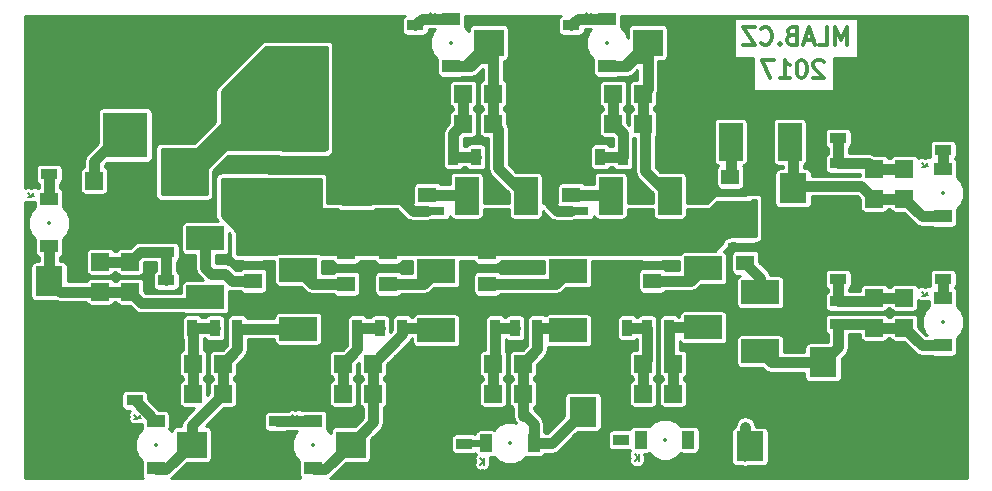
<source format=gbr>
%TF.GenerationSoftware,KiCad,Pcbnew,no-vcs-found-7571~57~ubuntu16.04.1*%
%TF.CreationDate,2017-02-03T14:39:28+01:00*%
%TF.ProjectId,UNIPOWER04A,554E49504F5745523034412E6B696361,rev?*%
%TF.FileFunction,Copper,L2,Bot,Signal*%
%TF.FilePolarity,Positive*%
%FSLAX46Y46*%
G04 Gerber Fmt 4.6, Leading zero omitted, Abs format (unit mm)*
G04 Created by KiCad (PCBNEW no-vcs-found-7571~57~ubuntu16.04.1) date Fri Feb  3 14:39:28 2017*
%MOMM*%
%LPD*%
G01*
G04 APERTURE LIST*
%ADD10C,0.350000*%
%ADD11C,0.300000*%
%ADD12C,0.150000*%
%ADD13R,3.810000X3.810000*%
%ADD14R,1.500000X1.050000*%
%ADD15R,1.050000X1.500000*%
%ADD16R,2.499360X2.301240*%
%ADD17R,2.301240X2.499360*%
%ADD18R,3.180000X2.000000*%
%ADD19R,3.810000X3.330000*%
%ADD20R,2.000000X3.180000*%
%ADD21R,1.500000X1.300000*%
%ADD22R,3.000000X0.700000*%
%ADD23R,1.524000X1.524000*%
%ADD24C,6.000000*%
%ADD25R,1.397000X0.889000*%
%ADD26R,0.889000X1.397000*%
%ADD27C,0.800000*%
%ADD28C,0.900000*%
%ADD29C,0.600000*%
%ADD30C,0.254000*%
%ADD31C,0.350000*%
G04 APERTURE END LIST*
D10*
D11*
X70361428Y37421428D02*
X70361428Y38921428D01*
X69861428Y37850000D01*
X69361428Y38921428D01*
X69361428Y37421428D01*
X67932857Y37421428D02*
X68647142Y37421428D01*
X68647142Y38921428D01*
X67504285Y37850000D02*
X66790000Y37850000D01*
X67647142Y37421428D02*
X67147142Y38921428D01*
X66647142Y37421428D01*
X65647142Y38207142D02*
X65432857Y38135714D01*
X65361428Y38064285D01*
X65290000Y37921428D01*
X65290000Y37707142D01*
X65361428Y37564285D01*
X65432857Y37492857D01*
X65575714Y37421428D01*
X66147142Y37421428D01*
X66147142Y38921428D01*
X65647142Y38921428D01*
X65504285Y38850000D01*
X65432857Y38778571D01*
X65361428Y38635714D01*
X65361428Y38492857D01*
X65432857Y38350000D01*
X65504285Y38278571D01*
X65647142Y38207142D01*
X66147142Y38207142D01*
X64647142Y37564285D02*
X64575714Y37492857D01*
X64647142Y37421428D01*
X64718571Y37492857D01*
X64647142Y37564285D01*
X64647142Y37421428D01*
X63075714Y37564285D02*
X63147142Y37492857D01*
X63361428Y37421428D01*
X63504285Y37421428D01*
X63718571Y37492857D01*
X63861428Y37635714D01*
X63932857Y37778571D01*
X64004285Y38064285D01*
X64004285Y38278571D01*
X63932857Y38564285D01*
X63861428Y38707142D01*
X63718571Y38850000D01*
X63504285Y38921428D01*
X63361428Y38921428D01*
X63147142Y38850000D01*
X63075714Y38778571D01*
X62575714Y38921428D02*
X61575714Y38921428D01*
X62575714Y37421428D01*
X61575714Y37421428D01*
X68357428Y35984571D02*
X68286000Y36056000D01*
X68143142Y36127428D01*
X67786000Y36127428D01*
X67643142Y36056000D01*
X67571714Y35984571D01*
X67500285Y35841714D01*
X67500285Y35698857D01*
X67571714Y35484571D01*
X68428857Y34627428D01*
X67500285Y34627428D01*
X66571714Y36127428D02*
X66428857Y36127428D01*
X66286000Y36056000D01*
X66214571Y35984571D01*
X66143142Y35841714D01*
X66071714Y35556000D01*
X66071714Y35198857D01*
X66143142Y34913142D01*
X66214571Y34770285D01*
X66286000Y34698857D01*
X66428857Y34627428D01*
X66571714Y34627428D01*
X66714571Y34698857D01*
X66786000Y34770285D01*
X66857428Y34913142D01*
X66928857Y35198857D01*
X66928857Y35556000D01*
X66857428Y35841714D01*
X66786000Y35984571D01*
X66714571Y36056000D01*
X66571714Y36127428D01*
X64643142Y34627428D02*
X65500285Y34627428D01*
X65071714Y34627428D02*
X65071714Y36127428D01*
X65214571Y35913142D01*
X65357428Y35770285D01*
X65500285Y35698857D01*
X64143142Y36127428D02*
X63143142Y36127428D01*
X63786000Y34627428D01*
D12*
X1544320Y24574500D02*
X975360Y24569420D01*
X1272540Y24604980D02*
X1544320Y24879300D01*
X1287780Y24566880D02*
X982980Y24886920D01*
X10561320Y5778500D02*
X9992360Y5773420D01*
X10289540Y5808980D02*
X10561320Y6083300D01*
X10304780Y5770880D02*
X9999980Y6090920D01*
X39585900Y2433320D02*
X39590980Y1864360D01*
X39555420Y2161540D02*
X39281100Y2433320D01*
X39593520Y2176780D02*
X39273480Y1871980D01*
X48531780Y39806880D02*
X48226980Y40126920D01*
X48516540Y39844980D02*
X48788320Y40119300D01*
X48788320Y39814500D02*
X48219360Y39809420D01*
X35580320Y39814500D02*
X35011360Y39809420D01*
X35308540Y39844980D02*
X35580320Y40119300D01*
X35323780Y39806880D02*
X35018980Y40126920D01*
X76979780Y27106880D02*
X76674980Y27426920D01*
X76964540Y27144980D02*
X77236320Y27419300D01*
X77236320Y27114500D02*
X76667360Y27109420D01*
X23896320Y5778500D02*
X23327360Y5773420D01*
X23624540Y5808980D02*
X23896320Y6083300D01*
X23639780Y5770880D02*
X23334980Y6090920D01*
X52699920Y2481580D02*
X52379880Y2176780D01*
X52661820Y2466340D02*
X52387500Y2738120D01*
X52692300Y2738120D02*
X52697380Y2169160D01*
X76979780Y16184880D02*
X76674980Y16504920D01*
X76964540Y16222980D02*
X77236320Y16497300D01*
X77236320Y16192500D02*
X76667360Y16187420D01*
D13*
X14224000Y32870000D03*
X14224000Y26670000D03*
X9224000Y29770000D03*
D14*
X2794000Y24352000D03*
X2794000Y20352000D03*
X11811000Y5556000D03*
X11811000Y1556000D03*
D15*
X39808400Y3683000D03*
X43808400Y3683000D03*
D16*
X28818840Y24892000D03*
X24521160Y24892000D03*
D17*
X2794000Y17388840D03*
X2794000Y13091160D03*
D16*
X19166840Y3556000D03*
X14869160Y3556000D03*
D17*
X47990760Y6339840D03*
X47990760Y2042160D03*
D14*
X50038000Y35592000D03*
X50038000Y39592000D03*
X36830000Y39592000D03*
X36830000Y35592000D03*
X78486000Y22892000D03*
X78486000Y26892000D03*
X25146000Y5556000D03*
X25146000Y1556000D03*
D16*
X53477160Y37592000D03*
X57774840Y37592000D03*
X40015160Y37592000D03*
X44312840Y37592000D03*
D17*
X65786000Y20965160D03*
X65786000Y25262840D03*
D16*
X28331160Y3556000D03*
X32628840Y3556000D03*
D15*
X56914800Y3987800D03*
X52914800Y3987800D03*
D14*
X78486000Y11970000D03*
X78486000Y15970000D03*
D17*
X62113160Y7711440D03*
X62113160Y3413760D03*
X68326000Y10530840D03*
X68326000Y6233160D03*
D18*
X16002000Y21042000D03*
X16002000Y16042000D03*
X23876000Y13375000D03*
X23876000Y18375000D03*
X46736000Y13248000D03*
X46736000Y18248000D03*
D19*
X19304000Y30342000D03*
X19304000Y24522000D03*
D20*
X50332000Y24638000D03*
X55332000Y24638000D03*
X43140000Y24638000D03*
X38140000Y24638000D03*
X60492000Y29210000D03*
X65492000Y29210000D03*
D18*
X35560000Y13248000D03*
X35560000Y18248000D03*
X58166000Y18502000D03*
X58166000Y13502000D03*
X62992000Y16470000D03*
X62992000Y11470000D03*
D21*
X20066000Y17446000D03*
D22*
X20066000Y18796000D03*
D21*
X20066000Y20146000D03*
X27940000Y19892000D03*
D22*
X27940000Y18542000D03*
D21*
X27940000Y17192000D03*
X39878000Y17192000D03*
D22*
X39878000Y18542000D03*
D21*
X39878000Y19892000D03*
X46990000Y22018000D03*
D22*
X46990000Y23368000D03*
D21*
X46990000Y24718000D03*
X34798000Y22018000D03*
D22*
X34798000Y23368000D03*
D21*
X34798000Y24718000D03*
X60452000Y26242000D03*
D22*
X60452000Y24892000D03*
D21*
X60452000Y23542000D03*
X31496000Y19892000D03*
D22*
X31496000Y18542000D03*
D21*
X31496000Y17192000D03*
X53848000Y17446000D03*
D22*
X53848000Y18796000D03*
D21*
X53848000Y20146000D03*
X61722000Y21670000D03*
D22*
X61722000Y20320000D03*
D21*
X61722000Y18970000D03*
D23*
X6604000Y25908000D03*
X9652000Y13970000D03*
X7112000Y13970000D03*
X9652000Y16510000D03*
X7112000Y16510000D03*
X9652000Y19050000D03*
X7112000Y19050000D03*
X9652000Y21590000D03*
X7112000Y21590000D03*
X20066000Y10414000D03*
X20066000Y7874000D03*
X17526000Y10414000D03*
X17526000Y7874000D03*
X14986000Y10414000D03*
X14986000Y7874000D03*
X12446000Y10414000D03*
X12446000Y7874000D03*
X37846000Y7874000D03*
X37846000Y10414000D03*
X40386000Y7874000D03*
X40386000Y10414000D03*
X42926000Y7874000D03*
X42926000Y10414000D03*
X45466000Y7874000D03*
X45466000Y10414000D03*
X48006000Y30734000D03*
X48006000Y33274000D03*
X50546000Y30734000D03*
X50546000Y33274000D03*
X53086000Y30734000D03*
X53086000Y33274000D03*
X55626000Y30734000D03*
X55626000Y33274000D03*
X35306000Y30734000D03*
X35306000Y33274000D03*
X37846000Y30734000D03*
X37846000Y33274000D03*
X40386000Y30734000D03*
X40386000Y33274000D03*
X42926000Y30734000D03*
X42926000Y33274000D03*
X75184000Y21844000D03*
X72644000Y21844000D03*
X75184000Y24384000D03*
X72644000Y24384000D03*
X75184000Y26924000D03*
X72644000Y26924000D03*
X75184000Y29464000D03*
X72644000Y29464000D03*
X25146000Y7874000D03*
X25146000Y10414000D03*
X27686000Y7874000D03*
X27686000Y10414000D03*
X30226000Y7874000D03*
X30226000Y10414000D03*
X32766000Y7874000D03*
X32766000Y10414000D03*
X50546000Y7874000D03*
X50546000Y10414000D03*
X53086000Y7874000D03*
X53086000Y10414000D03*
X55626000Y7874000D03*
X55626000Y10414000D03*
X58166000Y7874000D03*
X58166000Y10414000D03*
X75184000Y10922000D03*
X72644000Y10922000D03*
X75184000Y13462000D03*
X72644000Y13462000D03*
X75184000Y16002000D03*
X72644000Y16002000D03*
X75184000Y18542000D03*
X72644000Y18542000D03*
D24*
X76200000Y35560000D03*
X76200000Y5080000D03*
X5080000Y35560000D03*
X5080000Y5080000D03*
D25*
X2794000Y26479500D03*
X2794000Y28384500D03*
X10033000Y9207500D03*
X10033000Y7302500D03*
X37947600Y1752600D03*
X37947600Y3657600D03*
X12700000Y19875500D03*
X12700000Y21780500D03*
X12700000Y17462500D03*
X12700000Y15557500D03*
D26*
X13017500Y13462000D03*
X14922500Y13462000D03*
X16827500Y13462000D03*
X18732500Y13462000D03*
X38671500Y13462000D03*
X40576500Y13462000D03*
X44132500Y13462000D03*
X42227500Y13462000D03*
D25*
X46990000Y37147500D03*
X46990000Y39052500D03*
X33782000Y39052500D03*
X33782000Y37147500D03*
X78486000Y28511500D03*
X78486000Y30416500D03*
X22098000Y3619500D03*
X22098000Y5524500D03*
D26*
X47561500Y27940000D03*
X49466500Y27940000D03*
X51371500Y27940000D03*
X53276500Y27940000D03*
X37020500Y27940000D03*
X35115500Y27940000D03*
X38925500Y27940000D03*
X40830500Y27940000D03*
D25*
X69596000Y31432500D03*
X69596000Y29527500D03*
X69596000Y25463500D03*
X69596000Y27368500D03*
D26*
X26987500Y13462000D03*
X28892500Y13462000D03*
X32702500Y13462000D03*
X30797500Y13462000D03*
D25*
X51231800Y3987800D03*
X51231800Y2082800D03*
X78486000Y17589500D03*
X78486000Y19494500D03*
D26*
X49847500Y13462000D03*
X51752500Y13462000D03*
X53403500Y13462000D03*
X55308500Y13462000D03*
D25*
X69596000Y17589500D03*
X69596000Y19494500D03*
X69596000Y15684500D03*
X69596000Y13779500D03*
D13*
X24384000Y35226000D03*
X24384000Y30226000D03*
X29464000Y30226000D03*
X29464000Y35226000D03*
D27*
X55880000Y36322000D03*
X55880000Y37592000D03*
X55880000Y38608000D03*
X42418000Y35560000D03*
X42418000Y36576000D03*
X42418000Y37846000D03*
X42418000Y39116000D03*
X64516000Y18796000D03*
X66294000Y18796000D03*
X67818000Y19050000D03*
X67818000Y20574000D03*
X67818000Y22098000D03*
X67056000Y23114000D03*
X65532000Y23114000D03*
X64008000Y23114000D03*
X63754000Y21590000D03*
X70358000Y7366000D03*
X69850000Y8382000D03*
X68834000Y8382000D03*
X67818000Y8382000D03*
X66802000Y8382000D03*
X4318000Y10668000D03*
X3048000Y10668000D03*
X1778000Y10668000D03*
X20320000Y5842000D03*
X19304000Y5842000D03*
X18034000Y5842000D03*
X33782000Y5588000D03*
X32766000Y5588000D03*
X31750000Y5588000D03*
X58674000Y28702000D03*
X58674000Y29972000D03*
X58674000Y31496000D03*
X58674000Y33020000D03*
X58674000Y34290000D03*
X57404000Y34290000D03*
X57404000Y33020000D03*
X57404000Y31496000D03*
X57404000Y29972000D03*
X57404000Y28702000D03*
X33528000Y30480000D03*
X33528000Y31750000D03*
X33528000Y33020000D03*
X33528000Y34290000D03*
X33274000Y35560000D03*
X34544000Y35560000D03*
X46228000Y35052000D03*
X46228000Y33782000D03*
X46228000Y32512000D03*
X46228000Y31242000D03*
X46228000Y29972000D03*
X44958000Y29972000D03*
X44958000Y31242000D03*
X44958000Y32512000D03*
X44958000Y33782000D03*
X44958000Y35052000D03*
X73660000Y32766000D03*
X72390000Y32766000D03*
X71120000Y32766000D03*
X71120000Y31496000D03*
X72390000Y31496000D03*
X73914000Y31496000D03*
X75438000Y31496000D03*
X76962000Y31496000D03*
X79756000Y21336000D03*
X78486000Y21336000D03*
X77216000Y21336000D03*
X76200000Y20320000D03*
X74930000Y20320000D03*
X73660000Y20320000D03*
X72390000Y20320000D03*
X71120000Y20320000D03*
X70612000Y10414000D03*
X77216000Y9144000D03*
X75692000Y8890000D03*
X74422000Y8890000D03*
X72898000Y8890000D03*
X71628000Y8890000D03*
X59944000Y6858000D03*
X61214000Y6858000D03*
X61214000Y7874000D03*
X61214000Y9144000D03*
X59944000Y11684000D03*
X59944000Y10414000D03*
X59944000Y9144000D03*
X59944000Y7874000D03*
X48768000Y11176000D03*
X48768000Y9906000D03*
X48768000Y8636000D03*
X47498000Y8636000D03*
X47498000Y9906000D03*
X47498000Y11176000D03*
X36068000Y7874000D03*
X36068000Y9144000D03*
X36068000Y10414000D03*
X36068000Y11430000D03*
X34798000Y11430000D03*
X34798000Y10414000D03*
X34798000Y9144000D03*
X34798000Y7874000D03*
X10668000Y23622000D03*
X9652000Y23622000D03*
X8382000Y23622000D03*
X7112000Y23622000D03*
X10160000Y10668000D03*
X8890000Y10668000D03*
X7366000Y10668000D03*
X6096000Y10668000D03*
X6096000Y11938000D03*
X7366000Y11938000D03*
X8890000Y11938000D03*
X10160000Y11938000D03*
X22098000Y8636000D03*
X22098000Y9906000D03*
X22098000Y7366000D03*
X23114000Y7366000D03*
X23114000Y8636000D03*
X23114000Y9906000D03*
X23114000Y11176000D03*
X22098000Y11176000D03*
X17272000Y35306000D03*
X16002000Y35814000D03*
X14478000Y35814000D03*
X12954000Y35814000D03*
X11430000Y35814000D03*
X11430000Y34544000D03*
X11430000Y33020000D03*
X12192000Y29972000D03*
X13208000Y29972000D03*
X14732000Y29972000D03*
X26162000Y27432000D03*
X27432000Y27432000D03*
X28702000Y27432000D03*
X29972000Y27432000D03*
X31242000Y27432000D03*
X32512000Y27686000D03*
X32512000Y28956000D03*
X32512000Y30226000D03*
X61722000Y5080000D03*
X61722000Y3810000D03*
X61722000Y2540000D03*
D28*
X45212000Y23925998D02*
X45212000Y25336500D01*
X47561500Y27686000D02*
X47561500Y27940000D01*
X45212000Y25336500D02*
X47561500Y27686000D01*
X46990000Y23368000D02*
X45769998Y23368000D01*
X45769998Y23368000D02*
X45212000Y23925998D01*
X34798000Y23368000D02*
X33577998Y23368000D01*
X33577998Y23368000D02*
X32512000Y24433998D01*
X32512000Y24433998D02*
X32512000Y27120315D01*
X32512000Y27120315D02*
X32512000Y27686000D01*
X55880000Y37592000D02*
X55880000Y36322000D01*
X57774840Y37592000D02*
X56896000Y37592000D01*
X56896000Y37592000D02*
X55880000Y38608000D01*
X42418000Y37846000D02*
X42418000Y36576000D01*
X44312840Y37592000D02*
X43942000Y37592000D01*
X43942000Y37592000D02*
X42418000Y39116000D01*
X66294000Y18796000D02*
X64516000Y18796000D01*
X67818000Y20574000D02*
X67818000Y19050000D01*
X67056000Y23114000D02*
X67056000Y22860000D01*
X67056000Y22860000D02*
X67818000Y22098000D01*
X64008000Y23114000D02*
X65532000Y23114000D01*
X65786000Y20965160D02*
X64378840Y20965160D01*
X64378840Y20965160D02*
X63754000Y21590000D01*
X69850000Y8382000D02*
X69850000Y7874000D01*
X69850000Y7874000D02*
X70358000Y7366000D01*
X67818000Y8382000D02*
X68834000Y8382000D01*
X68326000Y6233160D02*
X68326000Y6858000D01*
X68326000Y6858000D02*
X66802000Y8382000D01*
X3048000Y10668000D02*
X4318000Y10668000D01*
X2794000Y13091160D02*
X2794000Y11684000D01*
X2794000Y11684000D02*
X1778000Y10668000D01*
X19304000Y5842000D02*
X20320000Y5842000D01*
X19166840Y3556000D02*
X19166840Y4709160D01*
X19166840Y4709160D02*
X18034000Y5842000D01*
X32766000Y5588000D02*
X33782000Y5588000D01*
X32628840Y3556000D02*
X32628840Y4709160D01*
X32628840Y4709160D02*
X31750000Y5588000D01*
X58674000Y29972000D02*
X58674000Y28702000D01*
X58674000Y33020000D02*
X58674000Y31496000D01*
X57404000Y34290000D02*
X58674000Y34290000D01*
X57404000Y31496000D02*
X57404000Y33020000D01*
X57404000Y28702000D02*
X57404000Y29972000D01*
X33528000Y31750000D02*
X33528000Y30480000D01*
X33528000Y34290000D02*
X33528000Y33020000D01*
X34544000Y35560000D02*
X33274000Y35560000D01*
X46228000Y33782000D02*
X46228000Y35052000D01*
X46228000Y31242000D02*
X46228000Y32512000D01*
X44958000Y29972000D02*
X46228000Y29972000D01*
X44958000Y32512000D02*
X44958000Y31242000D01*
X44958000Y35052000D02*
X44958000Y33782000D01*
X72390000Y32766000D02*
X73660000Y32766000D01*
X71120000Y31496000D02*
X71120000Y32766000D01*
X73914000Y31496000D02*
X72390000Y31496000D01*
X76962000Y31496000D02*
X75438000Y31496000D01*
X78486000Y21336000D02*
X79756000Y21336000D01*
X76200000Y20320000D02*
X77216000Y21336000D01*
X73660000Y20320000D02*
X74930000Y20320000D01*
X71120000Y20320000D02*
X72390000Y20320000D01*
X71628000Y8890000D02*
X71628000Y9398000D01*
X71628000Y9398000D02*
X70612000Y10414000D01*
X74422000Y8890000D02*
X75692000Y8890000D01*
X71628000Y8890000D02*
X72898000Y8890000D01*
X61214000Y6858000D02*
X59944000Y6858000D01*
X61214000Y9144000D02*
X61214000Y7874000D01*
X59944000Y10414000D02*
X59944000Y11684000D01*
X59944000Y7874000D02*
X59944000Y9144000D01*
X48768000Y9906000D02*
X48768000Y11176000D01*
X47498000Y11176000D02*
X47498000Y9906000D01*
X36068000Y9144000D02*
X36068000Y7874000D01*
X36068000Y11430000D02*
X36068000Y10414000D01*
X34798000Y10414000D02*
X34798000Y11430000D01*
X34798000Y7874000D02*
X34798000Y9144000D01*
X9652000Y23622000D02*
X10668000Y23622000D01*
X7112000Y23622000D02*
X8382000Y23622000D01*
X8890000Y10668000D02*
X10160000Y10668000D01*
X6096000Y10668000D02*
X7366000Y10668000D01*
X7366000Y11938000D02*
X6096000Y11938000D01*
X10160000Y11938000D02*
X8890000Y11938000D01*
X22098000Y9906000D02*
X22098000Y8636000D01*
X23114000Y7366000D02*
X22098000Y7366000D01*
X23114000Y9906000D02*
X23114000Y8636000D01*
X22098000Y11176000D02*
X23114000Y11176000D01*
X16002000Y35814000D02*
X16764000Y35814000D01*
X16764000Y35814000D02*
X17272000Y35306000D01*
X12954000Y35814000D02*
X14478000Y35814000D01*
X11430000Y34544000D02*
X11430000Y35814000D01*
X12192000Y29972000D02*
X12192000Y32258000D01*
X12192000Y32258000D02*
X11430000Y33020000D01*
X14732000Y29972000D02*
X13208000Y29972000D01*
X27432000Y27432000D02*
X26162000Y27432000D01*
X29972000Y27432000D02*
X28702000Y27432000D01*
X32512000Y27686000D02*
X31496000Y27686000D01*
X31496000Y27686000D02*
X31242000Y27432000D01*
X32512000Y30226000D02*
X32512000Y28956000D01*
X9224000Y29770000D02*
X8804000Y29770000D01*
X8804000Y29770000D02*
X6604000Y27570000D01*
X6604000Y27570000D02*
X6604000Y25908000D01*
X2794000Y24352000D02*
X2794000Y26479500D01*
X2794000Y17388840D02*
X2794000Y20352000D01*
X7112000Y16510000D02*
X3672840Y16510000D01*
X3672840Y16510000D02*
X2794000Y17388840D01*
X12700000Y15557500D02*
X15517500Y15557500D01*
X15517500Y15557500D02*
X16002000Y16042000D01*
X9652000Y16510000D02*
X10604500Y15557500D01*
X10604500Y15557500D02*
X12700000Y15557500D01*
X7112000Y16510000D02*
X9652000Y16510000D01*
X11811000Y5556000D02*
X11779500Y5556000D01*
X11779500Y5556000D02*
X10033000Y7302500D01*
X14869160Y3556000D02*
X14770100Y3556000D01*
X14770100Y3556000D02*
X12719480Y1505380D01*
X12719480Y1505380D02*
X11861619Y1505380D01*
X11861619Y1505380D02*
X11811000Y1555999D01*
X23876000Y13375000D02*
X18819500Y13375000D01*
X18819500Y13375000D02*
X18732500Y13462000D01*
X18732500Y13462000D02*
X18732500Y11620500D01*
X18732500Y11620500D02*
X17526000Y10414000D01*
X17526000Y7874000D02*
X17526000Y10414000D01*
X14869160Y3556000D02*
X14869160Y5217160D01*
X14869160Y5217160D02*
X17526000Y7874000D01*
D29*
X39808400Y3683000D02*
X37973000Y3683000D01*
X37973000Y3683000D02*
X37947600Y3657600D01*
D28*
X43808400Y3683000D02*
X45333920Y3683000D01*
X45333920Y3683000D02*
X47990760Y6339840D01*
X42926000Y5994400D02*
X43147000Y5994400D01*
X43147000Y5994400D02*
X43808400Y5333000D01*
X43808400Y5333000D02*
X43808400Y3683000D01*
X42926000Y7874000D02*
X42926000Y5994400D01*
D29*
X42926000Y5915400D02*
X42926000Y6512000D01*
X42926000Y6512000D02*
X42926000Y7874000D01*
D28*
X44132500Y13462000D02*
X46522000Y13462000D01*
X46522000Y13462000D02*
X46736000Y13248000D01*
X42926000Y10414000D02*
X44132500Y11620500D01*
X44132500Y11620500D02*
X44132500Y13462000D01*
X42926000Y7874000D02*
X42926000Y10414000D01*
X16510000Y18034000D02*
X17654001Y18034000D01*
X17654001Y18034000D02*
X18242001Y17446000D01*
X18242001Y17446000D02*
X18670000Y17446000D01*
X16002000Y18542000D02*
X16510000Y18034000D01*
X16002000Y21042000D02*
X16002000Y18542000D01*
X20320000Y17446000D02*
X18670000Y17446000D01*
X46990000Y39052500D02*
X47529500Y39592000D01*
X47529500Y39592000D02*
X50038000Y39592000D01*
X53276500Y27940000D02*
X53276500Y26693500D01*
X53276500Y26693500D02*
X55332000Y24638000D01*
X53276500Y27940000D02*
X53276500Y30543500D01*
X53276500Y30543500D02*
X53086000Y30734000D01*
X53086000Y30734000D02*
X53086000Y33274000D01*
X53477160Y37592000D02*
X53477160Y36322000D01*
X53477160Y36322000D02*
X53477160Y33665160D01*
X50038000Y35592000D02*
X51688000Y35592000D01*
X51688000Y35592000D02*
X52418000Y36322000D01*
X52418000Y36322000D02*
X53477160Y36322000D01*
X50038000Y35592000D02*
X51477160Y35592000D01*
X51477160Y35592000D02*
X53477160Y37592000D01*
X53477160Y33665160D02*
X53086000Y33274000D01*
X50768000Y35592000D02*
X50038000Y35592000D01*
X40830500Y27940000D02*
X40830500Y26947500D01*
X40830500Y26947500D02*
X43140000Y24638000D01*
X40386000Y33274000D02*
X40386000Y36322000D01*
X40386000Y36322000D02*
X40386000Y37221160D01*
X39210000Y36322000D02*
X40386000Y36322000D01*
X36830000Y35592000D02*
X38480000Y35592000D01*
X38480000Y35592000D02*
X39210000Y36322000D01*
X40386000Y37221160D02*
X40015160Y37592000D01*
X36830000Y35592000D02*
X38015160Y35592000D01*
X38015160Y35592000D02*
X40015160Y37592000D01*
X40830500Y27940000D02*
X40830500Y30289500D01*
X40830500Y30289500D02*
X40386000Y30734000D01*
X40386000Y33274000D02*
X40386000Y30734000D01*
X33782000Y39052500D02*
X34321500Y39592000D01*
X34321500Y39592000D02*
X36830000Y39592000D01*
X78486000Y26892000D02*
X78486000Y28511500D01*
X69596000Y25463500D02*
X65986660Y25463500D01*
X65986660Y25463500D02*
X65786000Y25262840D01*
X65786000Y25262840D02*
X65786000Y28916000D01*
X65786000Y28916000D02*
X65492000Y29210000D01*
X75184000Y24384000D02*
X76676000Y22892000D01*
X76676000Y22892000D02*
X78486000Y22892000D01*
X69596000Y25463500D02*
X71564500Y25463500D01*
X71564500Y25463500D02*
X72644000Y24384000D01*
X75184000Y24384000D02*
X72644000Y24384000D01*
X32702500Y13462000D02*
X35346000Y13462000D01*
X35346000Y13462000D02*
X35560000Y13248000D01*
X28331160Y3556000D02*
X28232100Y3556000D01*
X28232100Y3556000D02*
X26181480Y1505380D01*
X26181480Y1505380D02*
X25196619Y1505380D01*
X25196619Y1505380D02*
X25146000Y1555999D01*
X30226000Y7874000D02*
X30226000Y5450840D01*
X30226000Y5450840D02*
X28331160Y3556000D01*
X30226000Y7874000D02*
X30226000Y10414000D01*
X30226000Y10414000D02*
X32702500Y12890500D01*
X32702500Y12890500D02*
X32702500Y13462000D01*
X25146000Y5556000D02*
X22129500Y5556000D01*
X22129500Y5556000D02*
X22098000Y5524500D01*
X61722000Y3810000D02*
X61722000Y5080000D01*
X58166000Y13502000D02*
X55348500Y13502000D01*
X55348500Y13502000D02*
X55308500Y13462000D01*
X55626000Y7874000D02*
X55626000Y10414000D01*
X55308500Y13462000D02*
X55308500Y10731500D01*
X55308500Y10731500D02*
X55626000Y10414000D01*
X78486000Y15970000D02*
X78486000Y17589500D01*
X69596000Y13779500D02*
X69596000Y11800840D01*
X69596000Y11800840D02*
X68326000Y10530840D01*
X75184000Y13462000D02*
X76676000Y11970000D01*
X76676000Y11970000D02*
X78486000Y11970000D01*
X69596000Y13779500D02*
X72326500Y13779500D01*
X72326500Y13779500D02*
X72644000Y13462000D01*
X75184000Y13462000D02*
X72644000Y13462000D01*
X68326000Y10530840D02*
X63931160Y10530840D01*
X63931160Y10530840D02*
X62992000Y11470000D01*
X27940000Y17192000D02*
X25059000Y17192000D01*
X25059000Y17192000D02*
X23876000Y18375000D01*
X39878000Y17192000D02*
X45680000Y17192000D01*
X45680000Y17192000D02*
X46736000Y18248000D01*
X46990000Y24718000D02*
X50252000Y24718000D01*
X50252000Y24718000D02*
X50332000Y24638000D01*
X34798000Y24718000D02*
X38060000Y24718000D01*
X38060000Y24718000D02*
X38140000Y24638000D01*
X60492000Y29210000D02*
X60492000Y26282000D01*
X60492000Y26282000D02*
X60452000Y26242000D01*
X31496000Y17192000D02*
X34504000Y17192000D01*
X34504000Y17192000D02*
X35560000Y18248000D01*
X53848000Y17446000D02*
X57110000Y17446000D01*
X57110000Y17446000D02*
X58166000Y18502000D01*
X62992000Y16470000D02*
X62992000Y17700000D01*
X62992000Y17700000D02*
X61722000Y18970000D01*
X12700000Y17462500D02*
X12700000Y19875500D01*
X7112000Y19050000D02*
X9652000Y19050000D01*
X12700000Y19875500D02*
X10477500Y19875500D01*
X10477500Y19875500D02*
X9652000Y19050000D01*
X14922500Y13462000D02*
X16827500Y13462000D01*
X14986000Y10414000D02*
X14986000Y13398500D01*
X14986000Y13398500D02*
X14922500Y13462000D01*
X14986000Y7874000D02*
X14986000Y10414000D01*
X40576500Y13462000D02*
X42227500Y13462000D01*
X40576500Y13462000D02*
X40576500Y10604500D01*
X40576500Y10604500D02*
X40386000Y10414000D01*
X40386000Y7874000D02*
X40386000Y10414000D01*
X51371500Y27940000D02*
X51371500Y29908500D01*
X51371500Y29908500D02*
X50546000Y30734000D01*
X49466500Y27940000D02*
X51371500Y27940000D01*
X50546000Y30734000D02*
X50546000Y33274000D01*
X37020500Y27940000D02*
X38925500Y27940000D01*
X37020500Y27940000D02*
X37020500Y29908500D01*
X37020500Y29908500D02*
X37846000Y30734000D01*
X37846000Y33274000D02*
X37846000Y30734000D01*
X69596000Y29527500D02*
X69596000Y27368500D01*
X69596000Y27368500D02*
X72199500Y27368500D01*
X72199500Y27368500D02*
X72644000Y26924000D01*
X72644000Y26924000D02*
X75184000Y26924000D01*
X28892500Y13462000D02*
X30797500Y13462000D01*
X27686000Y10414000D02*
X28892500Y11620500D01*
X28892500Y11620500D02*
X28892500Y13462000D01*
X27686000Y7874000D02*
X27686000Y10414000D01*
X51752500Y13462000D02*
X53403500Y13462000D01*
X53403500Y13462000D02*
X53403500Y10731500D01*
X53403500Y10731500D02*
X53086000Y10414000D01*
X53086000Y7874000D02*
X53086000Y10414000D01*
X69596000Y17589500D02*
X69596000Y15684500D01*
X75184000Y16002000D02*
X72644000Y16002000D01*
X69596000Y15684500D02*
X72326500Y15684500D01*
X72326500Y15684500D02*
X72644000Y16002000D01*
D30*
G36*
X25781000Y23622000D02*
X25790667Y23573399D01*
X25818197Y23532197D01*
X25859399Y23504667D01*
X25908000Y23495000D01*
X27220237Y23495000D01*
X27261310Y23433530D01*
X27402553Y23339155D01*
X27569160Y23306015D01*
X30068520Y23306015D01*
X30235127Y23339155D01*
X30376370Y23433530D01*
X30417443Y23495000D01*
X32210732Y23495000D01*
X32957865Y22747867D01*
X32970662Y22739317D01*
X32990150Y22710150D01*
X33131393Y22615775D01*
X33165798Y22608931D01*
X33242385Y22557758D01*
X33577998Y22490999D01*
X33578003Y22491000D01*
X34798000Y22491000D01*
X35133613Y22557758D01*
X35170844Y22582635D01*
X36298000Y22582635D01*
X36464607Y22615775D01*
X36605850Y22710150D01*
X36700225Y22851393D01*
X36721984Y22960782D01*
X36737775Y22881393D01*
X36832150Y22740150D01*
X36973393Y22645775D01*
X37140000Y22612635D01*
X39140000Y22612635D01*
X39306607Y22645775D01*
X39447850Y22740150D01*
X39542225Y22881393D01*
X39575365Y23048000D01*
X39575365Y23495000D01*
X41704635Y23495000D01*
X41704635Y23048000D01*
X41737775Y22881393D01*
X41832150Y22740150D01*
X41973393Y22645775D01*
X42140000Y22612635D01*
X44140000Y22612635D01*
X44306607Y22645775D01*
X44447850Y22740150D01*
X44542225Y22881393D01*
X44575365Y23048000D01*
X44575365Y23330562D01*
X44591867Y23305865D01*
X45149863Y22747870D01*
X45149865Y22747867D01*
X45162662Y22739317D01*
X45182150Y22710150D01*
X45323393Y22615775D01*
X45357798Y22608932D01*
X45434384Y22557758D01*
X45769998Y22491000D01*
X46990000Y22491000D01*
X47325613Y22557758D01*
X47362844Y22582635D01*
X48490000Y22582635D01*
X48656607Y22615775D01*
X48797850Y22710150D01*
X48892225Y22851393D01*
X48913984Y22960782D01*
X48929775Y22881393D01*
X49024150Y22740150D01*
X49165393Y22645775D01*
X49332000Y22612635D01*
X51332000Y22612635D01*
X51498607Y22645775D01*
X51639850Y22740150D01*
X51734225Y22881393D01*
X51767365Y23048000D01*
X51767365Y23495000D01*
X53896635Y23495000D01*
X53896635Y23048000D01*
X53929775Y22881393D01*
X54024150Y22740150D01*
X54165393Y22645775D01*
X54332000Y22612635D01*
X56332000Y22612635D01*
X56498607Y22645775D01*
X56639850Y22740150D01*
X56734225Y22881393D01*
X56767365Y23048000D01*
X56767365Y23495000D01*
X58674000Y23495000D01*
X58722601Y23504667D01*
X58763803Y23532197D01*
X59338241Y24106635D01*
X61952000Y24106635D01*
X62118607Y24139775D01*
X62259850Y24234150D01*
X62275118Y24257000D01*
X62611000Y24257000D01*
X62611000Y21209000D01*
X60452000Y21209000D01*
X60403399Y21199333D01*
X60362197Y21171803D01*
X60295759Y21105365D01*
X60222000Y21105365D01*
X60055393Y21072225D01*
X59914150Y20977850D01*
X59819775Y20836607D01*
X59786635Y20670000D01*
X59786635Y20596241D01*
X59127759Y19937365D01*
X56576000Y19937365D01*
X56409393Y19904225D01*
X56268150Y19809850D01*
X56184728Y19685000D01*
X25770632Y19685000D01*
X25632607Y19777225D01*
X25466000Y19810365D01*
X22286000Y19810365D01*
X22119393Y19777225D01*
X21981368Y19685000D01*
X18669000Y19685000D01*
X18669000Y21590000D01*
X18659333Y21638601D01*
X18631803Y21679803D01*
X17399000Y22912606D01*
X17399000Y26035000D01*
X25781000Y26035000D01*
X25781000Y23622000D01*
X25781000Y23622000D01*
G37*
X25781000Y23622000D02*
X25790667Y23573399D01*
X25818197Y23532197D01*
X25859399Y23504667D01*
X25908000Y23495000D01*
X27220237Y23495000D01*
X27261310Y23433530D01*
X27402553Y23339155D01*
X27569160Y23306015D01*
X30068520Y23306015D01*
X30235127Y23339155D01*
X30376370Y23433530D01*
X30417443Y23495000D01*
X32210732Y23495000D01*
X32957865Y22747867D01*
X32970662Y22739317D01*
X32990150Y22710150D01*
X33131393Y22615775D01*
X33165798Y22608931D01*
X33242385Y22557758D01*
X33577998Y22490999D01*
X33578003Y22491000D01*
X34798000Y22491000D01*
X35133613Y22557758D01*
X35170844Y22582635D01*
X36298000Y22582635D01*
X36464607Y22615775D01*
X36605850Y22710150D01*
X36700225Y22851393D01*
X36721984Y22960782D01*
X36737775Y22881393D01*
X36832150Y22740150D01*
X36973393Y22645775D01*
X37140000Y22612635D01*
X39140000Y22612635D01*
X39306607Y22645775D01*
X39447850Y22740150D01*
X39542225Y22881393D01*
X39575365Y23048000D01*
X39575365Y23495000D01*
X41704635Y23495000D01*
X41704635Y23048000D01*
X41737775Y22881393D01*
X41832150Y22740150D01*
X41973393Y22645775D01*
X42140000Y22612635D01*
X44140000Y22612635D01*
X44306607Y22645775D01*
X44447850Y22740150D01*
X44542225Y22881393D01*
X44575365Y23048000D01*
X44575365Y23330562D01*
X44591867Y23305865D01*
X45149863Y22747870D01*
X45149865Y22747867D01*
X45162662Y22739317D01*
X45182150Y22710150D01*
X45323393Y22615775D01*
X45357798Y22608932D01*
X45434384Y22557758D01*
X45769998Y22491000D01*
X46990000Y22491000D01*
X47325613Y22557758D01*
X47362844Y22582635D01*
X48490000Y22582635D01*
X48656607Y22615775D01*
X48797850Y22710150D01*
X48892225Y22851393D01*
X48913984Y22960782D01*
X48929775Y22881393D01*
X49024150Y22740150D01*
X49165393Y22645775D01*
X49332000Y22612635D01*
X51332000Y22612635D01*
X51498607Y22645775D01*
X51639850Y22740150D01*
X51734225Y22881393D01*
X51767365Y23048000D01*
X51767365Y23495000D01*
X53896635Y23495000D01*
X53896635Y23048000D01*
X53929775Y22881393D01*
X54024150Y22740150D01*
X54165393Y22645775D01*
X54332000Y22612635D01*
X56332000Y22612635D01*
X56498607Y22645775D01*
X56639850Y22740150D01*
X56734225Y22881393D01*
X56767365Y23048000D01*
X56767365Y23495000D01*
X58674000Y23495000D01*
X58722601Y23504667D01*
X58763803Y23532197D01*
X59338241Y24106635D01*
X61952000Y24106635D01*
X62118607Y24139775D01*
X62259850Y24234150D01*
X62275118Y24257000D01*
X62611000Y24257000D01*
X62611000Y21209000D01*
X60452000Y21209000D01*
X60403399Y21199333D01*
X60362197Y21171803D01*
X60295759Y21105365D01*
X60222000Y21105365D01*
X60055393Y21072225D01*
X59914150Y20977850D01*
X59819775Y20836607D01*
X59786635Y20670000D01*
X59786635Y20596241D01*
X59127759Y19937365D01*
X56576000Y19937365D01*
X56409393Y19904225D01*
X56268150Y19809850D01*
X56184728Y19685000D01*
X25770632Y19685000D01*
X25632607Y19777225D01*
X25466000Y19810365D01*
X22286000Y19810365D01*
X22119393Y19777225D01*
X21981368Y19685000D01*
X18669000Y19685000D01*
X18669000Y21590000D01*
X18659333Y21638601D01*
X18631803Y21679803D01*
X17399000Y22912606D01*
X17399000Y26035000D01*
X25781000Y26035000D01*
X25781000Y23622000D01*
G36*
X80524000Y756000D02*
X26608180Y756000D01*
X26801613Y885247D01*
X27886380Y1970015D01*
X29580840Y1970015D01*
X29747447Y2003155D01*
X29888690Y2097530D01*
X29983065Y2238773D01*
X30016205Y2405380D01*
X30016205Y4000780D01*
X30117525Y4102100D01*
X36813735Y4102100D01*
X36813735Y3213100D01*
X36846875Y3046493D01*
X36941250Y2905250D01*
X37082493Y2810875D01*
X37249100Y2777735D01*
X38646100Y2777735D01*
X38812707Y2810875D01*
X38865333Y2846038D01*
X38881175Y2766393D01*
X38896211Y2743889D01*
X38816424Y2623268D01*
X38779105Y2430985D01*
X38818211Y2239057D01*
X38872817Y2158150D01*
X38814514Y2075339D01*
X38771629Y1884220D01*
X38805146Y1691238D01*
X38909963Y1525773D01*
X39070121Y1413014D01*
X39261240Y1370129D01*
X39414365Y1396724D01*
X39595462Y1362380D01*
X39787220Y1402305D01*
X39949103Y1512575D01*
X40056465Y1676401D01*
X40092960Y1868842D01*
X40090513Y2142891D01*
X40095371Y2164540D01*
X40090046Y2195199D01*
X40087880Y2437802D01*
X40075422Y2497635D01*
X40333400Y2497635D01*
X40456407Y2522102D01*
X40800496Y2177412D01*
X41453382Y1906310D01*
X42160316Y1905693D01*
X42813674Y2175655D01*
X43160672Y2522047D01*
X43283400Y2497635D01*
X44333400Y2497635D01*
X44500007Y2530775D01*
X44641250Y2625150D01*
X44735625Y2766393D01*
X44743503Y2806000D01*
X45333920Y2806000D01*
X45669533Y2872758D01*
X45954053Y3062867D01*
X47323486Y4432300D01*
X50097935Y4432300D01*
X50097935Y3543300D01*
X50131075Y3376693D01*
X50225450Y3235450D01*
X50366693Y3141075D01*
X50533300Y3107935D01*
X51930300Y3107935D01*
X51978365Y3117496D01*
X51987575Y3071193D01*
X52002611Y3048689D01*
X51922824Y2928068D01*
X51885505Y2735785D01*
X51924611Y2543857D01*
X51979217Y2462950D01*
X51920914Y2380139D01*
X51878029Y2189020D01*
X51911546Y1996038D01*
X52016363Y1830573D01*
X52176521Y1717814D01*
X52367640Y1674929D01*
X52520765Y1701524D01*
X52701862Y1667180D01*
X52893620Y1707105D01*
X53055503Y1817375D01*
X53162865Y1981201D01*
X53199360Y2173642D01*
X53196913Y2447691D01*
X53201771Y2469340D01*
X53196446Y2499999D01*
X53194280Y2742602D01*
X53181822Y2802435D01*
X53439800Y2802435D01*
X53562807Y2826902D01*
X53906896Y2482212D01*
X54559782Y2211110D01*
X55266716Y2210493D01*
X55920074Y2480455D01*
X56267072Y2826847D01*
X56389800Y2802435D01*
X57439800Y2802435D01*
X57606407Y2835575D01*
X57747650Y2929950D01*
X57842025Y3071193D01*
X57875165Y3237800D01*
X57875165Y4663440D01*
X60527175Y4663440D01*
X60527175Y2164080D01*
X60560315Y1997473D01*
X60654690Y1856230D01*
X60795933Y1761855D01*
X60962540Y1728715D01*
X61519279Y1728715D01*
X61556778Y1713144D01*
X61885779Y1712857D01*
X61924158Y1728715D01*
X63263780Y1728715D01*
X63430387Y1761855D01*
X63571630Y1856230D01*
X63666005Y1997473D01*
X63699145Y2164080D01*
X63699145Y4663440D01*
X63666005Y4830047D01*
X63571630Y4971290D01*
X63430387Y5065665D01*
X63263780Y5098805D01*
X62595259Y5098805D01*
X62532242Y5415613D01*
X62342133Y5700133D01*
X62057613Y5890242D01*
X61722000Y5957000D01*
X61386387Y5890242D01*
X61101867Y5700133D01*
X60911758Y5415613D01*
X60845000Y5080000D01*
X60845000Y5075425D01*
X60795933Y5065665D01*
X60654690Y4971290D01*
X60560315Y4830047D01*
X60527175Y4663440D01*
X57875165Y4663440D01*
X57875165Y4737800D01*
X57842025Y4904407D01*
X57747650Y5045650D01*
X57606407Y5140025D01*
X57439800Y5173165D01*
X56389800Y5173165D01*
X56266793Y5148698D01*
X55922704Y5493388D01*
X55269818Y5764490D01*
X54562884Y5765107D01*
X53909526Y5495145D01*
X53562528Y5148753D01*
X53439800Y5173165D01*
X52389800Y5173165D01*
X52223193Y5140025D01*
X52081950Y5045650D01*
X51987575Y4904407D01*
X51978365Y4858104D01*
X51930300Y4867665D01*
X50533300Y4867665D01*
X50366693Y4834525D01*
X50225450Y4740150D01*
X50131075Y4598907D01*
X50097935Y4432300D01*
X47323486Y4432300D01*
X47545981Y4654795D01*
X49141380Y4654795D01*
X49307987Y4687935D01*
X49449230Y4782310D01*
X49543605Y4923553D01*
X49576745Y5090160D01*
X49576745Y7589520D01*
X49543605Y7756127D01*
X49449230Y7897370D01*
X49307987Y7991745D01*
X49141380Y8024885D01*
X46840140Y8024885D01*
X46673533Y7991745D01*
X46532290Y7897370D01*
X46437915Y7756127D01*
X46404775Y7589520D01*
X46404775Y5994121D01*
X44970654Y4560000D01*
X44743503Y4560000D01*
X44735625Y4599607D01*
X44685400Y4674774D01*
X44685400Y5332995D01*
X44685401Y5333000D01*
X44618642Y5668613D01*
X44428533Y5953133D01*
X43803000Y6578666D01*
X43803000Y6699510D01*
X43854607Y6709775D01*
X43995850Y6804150D01*
X44090225Y6945393D01*
X44123365Y7112000D01*
X44123365Y8636000D01*
X44090225Y8802607D01*
X43995850Y8943850D01*
X43854607Y9038225D01*
X43803000Y9048490D01*
X43803000Y9239510D01*
X43854607Y9249775D01*
X43995850Y9344150D01*
X44090225Y9485393D01*
X44123365Y9652000D01*
X44123365Y10371099D01*
X44752630Y11000365D01*
X44752633Y11000367D01*
X44942742Y11284887D01*
X44954223Y11342607D01*
X45009501Y11620500D01*
X45009500Y11620505D01*
X45009500Y11839786D01*
X45146000Y11812635D01*
X48326000Y11812635D01*
X48492607Y11845775D01*
X48633850Y11940150D01*
X48728225Y12081393D01*
X48761365Y12248000D01*
X48761365Y14160500D01*
X50872635Y14160500D01*
X50872635Y12763500D01*
X50905775Y12596893D01*
X51000150Y12455650D01*
X51141393Y12361275D01*
X51308000Y12328135D01*
X52197000Y12328135D01*
X52363607Y12361275D01*
X52504850Y12455650D01*
X52526500Y12488052D01*
X52526500Y11611365D01*
X52324000Y11611365D01*
X52157393Y11578225D01*
X52016150Y11483850D01*
X51921775Y11342607D01*
X51888635Y11176000D01*
X51888635Y9652000D01*
X51921775Y9485393D01*
X52016150Y9344150D01*
X52157393Y9249775D01*
X52209000Y9239510D01*
X52209000Y9048490D01*
X52157393Y9038225D01*
X52016150Y8943850D01*
X51921775Y8802607D01*
X51888635Y8636000D01*
X51888635Y7112000D01*
X51921775Y6945393D01*
X52016150Y6804150D01*
X52157393Y6709775D01*
X52324000Y6676635D01*
X53848000Y6676635D01*
X54014607Y6709775D01*
X54155850Y6804150D01*
X54250225Y6945393D01*
X54283365Y7112000D01*
X54283365Y8636000D01*
X54250225Y8802607D01*
X54155850Y8943850D01*
X54014607Y9038225D01*
X53963000Y9048490D01*
X53963000Y9239510D01*
X54014607Y9249775D01*
X54155850Y9344150D01*
X54250225Y9485393D01*
X54283365Y9652000D01*
X54283365Y11176000D01*
X54280500Y11190403D01*
X54280500Y12749097D01*
X54283365Y12763500D01*
X54283365Y14160500D01*
X54428635Y14160500D01*
X54428635Y12763500D01*
X54431500Y12749097D01*
X54431500Y11190403D01*
X54428635Y11176000D01*
X54428635Y9652000D01*
X54461775Y9485393D01*
X54556150Y9344150D01*
X54697393Y9249775D01*
X54749000Y9239510D01*
X54749000Y9048490D01*
X54697393Y9038225D01*
X54556150Y8943850D01*
X54461775Y8802607D01*
X54428635Y8636000D01*
X54428635Y7112000D01*
X54461775Y6945393D01*
X54556150Y6804150D01*
X54697393Y6709775D01*
X54864000Y6676635D01*
X56388000Y6676635D01*
X56554607Y6709775D01*
X56695850Y6804150D01*
X56790225Y6945393D01*
X56823365Y7112000D01*
X56823365Y8636000D01*
X56790225Y8802607D01*
X56695850Y8943850D01*
X56554607Y9038225D01*
X56503000Y9048490D01*
X56503000Y9239510D01*
X56554607Y9249775D01*
X56695850Y9344150D01*
X56790225Y9485393D01*
X56823365Y9652000D01*
X56823365Y11176000D01*
X56790225Y11342607D01*
X56695850Y11483850D01*
X56554607Y11578225D01*
X56388000Y11611365D01*
X56185500Y11611365D01*
X56185500Y12317845D01*
X56268150Y12194150D01*
X56409393Y12099775D01*
X56576000Y12066635D01*
X59756000Y12066635D01*
X59922607Y12099775D01*
X60063850Y12194150D01*
X60158225Y12335393D01*
X60184999Y12470000D01*
X60966635Y12470000D01*
X60966635Y10470000D01*
X60999775Y10303393D01*
X61094150Y10162150D01*
X61235393Y10067775D01*
X61402000Y10034635D01*
X63187099Y10034635D01*
X63311027Y9910707D01*
X63595547Y9720598D01*
X63931160Y9653839D01*
X63931165Y9653840D01*
X66740015Y9653840D01*
X66740015Y9281160D01*
X66773155Y9114553D01*
X66867530Y8973310D01*
X67008773Y8878935D01*
X67175380Y8845795D01*
X69476620Y8845795D01*
X69643227Y8878935D01*
X69784470Y8973310D01*
X69878845Y9114553D01*
X69911985Y9281160D01*
X69911985Y10876560D01*
X70216130Y11180705D01*
X70216133Y11180707D01*
X70330341Y11351633D01*
X70406242Y11465226D01*
X70473000Y11800840D01*
X70473000Y12902500D01*
X71446635Y12902500D01*
X71446635Y12700000D01*
X71479775Y12533393D01*
X71574150Y12392150D01*
X71715393Y12297775D01*
X71882000Y12264635D01*
X73406000Y12264635D01*
X73572607Y12297775D01*
X73713850Y12392150D01*
X73808225Y12533393D01*
X73818490Y12585000D01*
X74009510Y12585000D01*
X74019775Y12533393D01*
X74114150Y12392150D01*
X74255393Y12297775D01*
X74422000Y12264635D01*
X75141099Y12264635D01*
X76055865Y11349870D01*
X76055867Y11349867D01*
X76316079Y11176000D01*
X76340387Y11159758D01*
X76676000Y11092999D01*
X76676005Y11093000D01*
X77494226Y11093000D01*
X77569393Y11042775D01*
X77736000Y11009635D01*
X79236000Y11009635D01*
X79402607Y11042775D01*
X79543850Y11137150D01*
X79638225Y11278393D01*
X79671365Y11445000D01*
X79671365Y12495000D01*
X79646898Y12618007D01*
X79991588Y12962096D01*
X80262690Y13614982D01*
X80263307Y14321916D01*
X79993345Y14975274D01*
X79646953Y15322272D01*
X79671365Y15445000D01*
X79671365Y16495000D01*
X79638225Y16661607D01*
X79543850Y16802850D01*
X79492401Y16837227D01*
X79586725Y16978393D01*
X79619865Y17145000D01*
X79619865Y18034000D01*
X79586725Y18200607D01*
X79492350Y18341850D01*
X79351107Y18436225D01*
X79184500Y18469365D01*
X77787500Y18469365D01*
X77620893Y18436225D01*
X77479650Y18341850D01*
X77385275Y18200607D01*
X77352135Y18034000D01*
X77352135Y17145000D01*
X77385275Y16978393D01*
X77391771Y16968671D01*
X77233985Y16999295D01*
X77042057Y16960189D01*
X76961150Y16905583D01*
X76878339Y16963886D01*
X76687220Y17006771D01*
X76494238Y16973254D01*
X76357031Y16886337D01*
X76348225Y16930607D01*
X76253850Y17071850D01*
X76112607Y17166225D01*
X75946000Y17199365D01*
X74422000Y17199365D01*
X74255393Y17166225D01*
X74114150Y17071850D01*
X74019775Y16930607D01*
X74009510Y16879000D01*
X73818490Y16879000D01*
X73808225Y16930607D01*
X73713850Y17071850D01*
X73572607Y17166225D01*
X73406000Y17199365D01*
X71882000Y17199365D01*
X71715393Y17166225D01*
X71574150Y17071850D01*
X71479775Y16930607D01*
X71446635Y16764000D01*
X71446635Y16561500D01*
X70473000Y16561500D01*
X70473000Y16750722D01*
X70602350Y16837150D01*
X70696725Y16978393D01*
X70729865Y17145000D01*
X70729865Y18034000D01*
X70696725Y18200607D01*
X70602350Y18341850D01*
X70461107Y18436225D01*
X70294500Y18469365D01*
X68897500Y18469365D01*
X68730893Y18436225D01*
X68589650Y18341850D01*
X68495275Y18200607D01*
X68462135Y18034000D01*
X68462135Y17145000D01*
X68495275Y16978393D01*
X68589650Y16837150D01*
X68719000Y16750722D01*
X68719000Y16523278D01*
X68589650Y16436850D01*
X68495275Y16295607D01*
X68462135Y16129000D01*
X68462135Y15240000D01*
X68495275Y15073393D01*
X68589650Y14932150D01*
X68730893Y14837775D01*
X68897500Y14804635D01*
X70294500Y14804635D01*
X70308903Y14807500D01*
X71867597Y14807500D01*
X71882000Y14804635D01*
X73406000Y14804635D01*
X73572607Y14837775D01*
X73713850Y14932150D01*
X73808225Y15073393D01*
X73818490Y15125000D01*
X74009510Y15125000D01*
X74019775Y15073393D01*
X74114150Y14932150D01*
X74255393Y14837775D01*
X74422000Y14804635D01*
X75946000Y14804635D01*
X76112607Y14837775D01*
X76253850Y14932150D01*
X76348225Y15073393D01*
X76381365Y15240000D01*
X76381365Y15786182D01*
X76479401Y15721935D01*
X76671842Y15685440D01*
X76945891Y15687887D01*
X76967540Y15683029D01*
X76998199Y15688354D01*
X77240802Y15690520D01*
X77300635Y15702978D01*
X77300635Y15445000D01*
X77325102Y15321993D01*
X76980412Y14977904D01*
X76709310Y14325018D01*
X76708693Y13618084D01*
X76978655Y12964726D01*
X77096176Y12847000D01*
X77039265Y12847000D01*
X76381365Y13504901D01*
X76381365Y14224000D01*
X76348225Y14390607D01*
X76253850Y14531850D01*
X76112607Y14626225D01*
X75946000Y14659365D01*
X74422000Y14659365D01*
X74255393Y14626225D01*
X74114150Y14531850D01*
X74019775Y14390607D01*
X74009510Y14339000D01*
X73818490Y14339000D01*
X73808225Y14390607D01*
X73713850Y14531850D01*
X73572607Y14626225D01*
X73406000Y14659365D01*
X71882000Y14659365D01*
X71867597Y14656500D01*
X70308903Y14656500D01*
X70294500Y14659365D01*
X68897500Y14659365D01*
X68730893Y14626225D01*
X68589650Y14531850D01*
X68495275Y14390607D01*
X68462135Y14224000D01*
X68462135Y13335000D01*
X68495275Y13168393D01*
X68589650Y13027150D01*
X68719000Y12940722D01*
X68719000Y12215885D01*
X67175380Y12215885D01*
X67008773Y12182745D01*
X66867530Y12088370D01*
X66773155Y11947127D01*
X66740015Y11780520D01*
X66740015Y11407840D01*
X65017365Y11407840D01*
X65017365Y12470000D01*
X64984225Y12636607D01*
X64889850Y12777850D01*
X64748607Y12872225D01*
X64582000Y12905365D01*
X61402000Y12905365D01*
X61235393Y12872225D01*
X61094150Y12777850D01*
X60999775Y12636607D01*
X60966635Y12470000D01*
X60184999Y12470000D01*
X60191365Y12502000D01*
X60191365Y14502000D01*
X60158225Y14668607D01*
X60063850Y14809850D01*
X59922607Y14904225D01*
X59756000Y14937365D01*
X56576000Y14937365D01*
X56409393Y14904225D01*
X56268150Y14809850D01*
X56173775Y14668607D01*
X56140635Y14502000D01*
X56140635Y14379000D01*
X56120551Y14379000D01*
X56060850Y14468350D01*
X55919607Y14562725D01*
X55753000Y14595865D01*
X54864000Y14595865D01*
X54697393Y14562725D01*
X54556150Y14468350D01*
X54461775Y14327107D01*
X54428635Y14160500D01*
X54283365Y14160500D01*
X54250225Y14327107D01*
X54155850Y14468350D01*
X54014607Y14562725D01*
X53848000Y14595865D01*
X52959000Y14595865D01*
X52792393Y14562725D01*
X52651150Y14468350D01*
X52578000Y14358873D01*
X52504850Y14468350D01*
X52363607Y14562725D01*
X52197000Y14595865D01*
X51308000Y14595865D01*
X51141393Y14562725D01*
X51000150Y14468350D01*
X50905775Y14327107D01*
X50872635Y14160500D01*
X48761365Y14160500D01*
X48761365Y14248000D01*
X48728225Y14414607D01*
X48633850Y14555850D01*
X48492607Y14650225D01*
X48326000Y14683365D01*
X45146000Y14683365D01*
X44979393Y14650225D01*
X44838150Y14555850D01*
X44812145Y14516930D01*
X44743607Y14562725D01*
X44577000Y14595865D01*
X43688000Y14595865D01*
X43521393Y14562725D01*
X43380150Y14468350D01*
X43285775Y14327107D01*
X43252635Y14160500D01*
X43252635Y12763500D01*
X43255500Y12749097D01*
X43255500Y11983765D01*
X42883099Y11611365D01*
X42164000Y11611365D01*
X41997393Y11578225D01*
X41856150Y11483850D01*
X41761775Y11342607D01*
X41728635Y11176000D01*
X41728635Y9652000D01*
X41761775Y9485393D01*
X41856150Y9344150D01*
X41997393Y9249775D01*
X42049000Y9239510D01*
X42049000Y9048490D01*
X41997393Y9038225D01*
X41856150Y8943850D01*
X41761775Y8802607D01*
X41728635Y8636000D01*
X41728635Y7112000D01*
X41761775Y6945393D01*
X41856150Y6804150D01*
X41997393Y6709775D01*
X42049000Y6699510D01*
X42049000Y5994400D01*
X42115758Y5658787D01*
X42281571Y5410629D01*
X42163418Y5459690D01*
X41456484Y5460307D01*
X40803126Y5190345D01*
X40456128Y4843953D01*
X40333400Y4868365D01*
X39283400Y4868365D01*
X39116793Y4835225D01*
X38975550Y4740850D01*
X38881175Y4599607D01*
X38856413Y4475121D01*
X38812707Y4504325D01*
X38646100Y4537465D01*
X37249100Y4537465D01*
X37082493Y4504325D01*
X36941250Y4409950D01*
X36846875Y4268707D01*
X36813735Y4102100D01*
X30117525Y4102100D01*
X30846130Y4830705D01*
X30846133Y4830707D01*
X30979964Y5031000D01*
X31036242Y5115226D01*
X31103000Y5450840D01*
X31103000Y6699510D01*
X31154607Y6709775D01*
X31295850Y6804150D01*
X31390225Y6945393D01*
X31423365Y7112000D01*
X31423365Y8636000D01*
X31390225Y8802607D01*
X31295850Y8943850D01*
X31154607Y9038225D01*
X31103000Y9048490D01*
X31103000Y9239510D01*
X31154607Y9249775D01*
X31295850Y9344150D01*
X31390225Y9485393D01*
X31423365Y9652000D01*
X31423365Y10371099D01*
X32228266Y11176000D01*
X39188635Y11176000D01*
X39188635Y9652000D01*
X39221775Y9485393D01*
X39316150Y9344150D01*
X39457393Y9249775D01*
X39509000Y9239510D01*
X39509000Y9048490D01*
X39457393Y9038225D01*
X39316150Y8943850D01*
X39221775Y8802607D01*
X39188635Y8636000D01*
X39188635Y7112000D01*
X39221775Y6945393D01*
X39316150Y6804150D01*
X39457393Y6709775D01*
X39624000Y6676635D01*
X41148000Y6676635D01*
X41314607Y6709775D01*
X41455850Y6804150D01*
X41550225Y6945393D01*
X41583365Y7112000D01*
X41583365Y8636000D01*
X41550225Y8802607D01*
X41455850Y8943850D01*
X41314607Y9038225D01*
X41263000Y9048490D01*
X41263000Y9239510D01*
X41314607Y9249775D01*
X41455850Y9344150D01*
X41550225Y9485393D01*
X41583365Y9652000D01*
X41583365Y11176000D01*
X41550225Y11342607D01*
X41455850Y11483850D01*
X41453500Y11485420D01*
X41453500Y12488052D01*
X41475150Y12455650D01*
X41616393Y12361275D01*
X41783000Y12328135D01*
X42672000Y12328135D01*
X42838607Y12361275D01*
X42979850Y12455650D01*
X43074225Y12596893D01*
X43107365Y12763500D01*
X43107365Y14160500D01*
X43074225Y14327107D01*
X42979850Y14468350D01*
X42838607Y14562725D01*
X42672000Y14595865D01*
X41783000Y14595865D01*
X41616393Y14562725D01*
X41475150Y14468350D01*
X41402000Y14358873D01*
X41328850Y14468350D01*
X41187607Y14562725D01*
X41021000Y14595865D01*
X40132000Y14595865D01*
X39965393Y14562725D01*
X39824150Y14468350D01*
X39729775Y14327107D01*
X39696635Y14160500D01*
X39696635Y12763500D01*
X39699500Y12749097D01*
X39699500Y11611365D01*
X39624000Y11611365D01*
X39457393Y11578225D01*
X39316150Y11483850D01*
X39221775Y11342607D01*
X39188635Y11176000D01*
X32228266Y11176000D01*
X33322633Y12270367D01*
X33439647Y12445492D01*
X33454850Y12455650D01*
X33534635Y12575057D01*
X33534635Y12248000D01*
X33567775Y12081393D01*
X33662150Y11940150D01*
X33803393Y11845775D01*
X33970000Y11812635D01*
X37150000Y11812635D01*
X37316607Y11845775D01*
X37457850Y11940150D01*
X37552225Y12081393D01*
X37585365Y12248000D01*
X37585365Y14248000D01*
X37552225Y14414607D01*
X37457850Y14555850D01*
X37316607Y14650225D01*
X37150000Y14683365D01*
X33970000Y14683365D01*
X33803393Y14650225D01*
X33662150Y14555850D01*
X33567775Y14414607D01*
X33552736Y14339000D01*
X33541278Y14339000D01*
X33454850Y14468350D01*
X33313607Y14562725D01*
X33147000Y14595865D01*
X32258000Y14595865D01*
X32091393Y14562725D01*
X31950150Y14468350D01*
X31855775Y14327107D01*
X31822635Y14160500D01*
X31822635Y13250901D01*
X31677365Y13105631D01*
X31677365Y14160500D01*
X31644225Y14327107D01*
X31549850Y14468350D01*
X31408607Y14562725D01*
X31242000Y14595865D01*
X30353000Y14595865D01*
X30186393Y14562725D01*
X30045150Y14468350D01*
X29958722Y14339000D01*
X29731278Y14339000D01*
X29644850Y14468350D01*
X29503607Y14562725D01*
X29337000Y14595865D01*
X28448000Y14595865D01*
X28281393Y14562725D01*
X28140150Y14468350D01*
X28045775Y14327107D01*
X28012635Y14160500D01*
X28012635Y12763500D01*
X28015500Y12749097D01*
X28015500Y11983765D01*
X27643099Y11611365D01*
X26924000Y11611365D01*
X26757393Y11578225D01*
X26616150Y11483850D01*
X26521775Y11342607D01*
X26488635Y11176000D01*
X26488635Y9652000D01*
X26521775Y9485393D01*
X26616150Y9344150D01*
X26757393Y9249775D01*
X26809000Y9239510D01*
X26809000Y9048490D01*
X26757393Y9038225D01*
X26616150Y8943850D01*
X26521775Y8802607D01*
X26488635Y8636000D01*
X26488635Y7112000D01*
X26521775Y6945393D01*
X26616150Y6804150D01*
X26757393Y6709775D01*
X26924000Y6676635D01*
X28448000Y6676635D01*
X28614607Y6709775D01*
X28755850Y6804150D01*
X28850225Y6945393D01*
X28883365Y7112000D01*
X28883365Y8636000D01*
X28850225Y8802607D01*
X28755850Y8943850D01*
X28614607Y9038225D01*
X28563000Y9048490D01*
X28563000Y9239510D01*
X28614607Y9249775D01*
X28755850Y9344150D01*
X28850225Y9485393D01*
X28883365Y9652000D01*
X28883365Y10371099D01*
X29028635Y10516370D01*
X29028635Y9652000D01*
X29061775Y9485393D01*
X29156150Y9344150D01*
X29297393Y9249775D01*
X29349000Y9239510D01*
X29349000Y9048490D01*
X29297393Y9038225D01*
X29156150Y8943850D01*
X29061775Y8802607D01*
X29028635Y8636000D01*
X29028635Y7112000D01*
X29061775Y6945393D01*
X29156150Y6804150D01*
X29297393Y6709775D01*
X29349000Y6699510D01*
X29349000Y5814105D01*
X28676880Y5141985D01*
X27081480Y5141985D01*
X26914873Y5108845D01*
X26773630Y5014470D01*
X26679255Y4873227D01*
X26646115Y4706620D01*
X26646115Y4568517D01*
X26306953Y4908272D01*
X26331365Y5031000D01*
X26331365Y6081000D01*
X26298225Y6247607D01*
X26203850Y6388850D01*
X26062607Y6483225D01*
X25896000Y6516365D01*
X24396000Y6516365D01*
X24229393Y6483225D01*
X24206889Y6468189D01*
X24086268Y6547976D01*
X23893985Y6585295D01*
X23702057Y6546189D01*
X23621150Y6491583D01*
X23538339Y6549886D01*
X23347220Y6592771D01*
X23154238Y6559254D01*
X22988773Y6454437D01*
X22973680Y6433000D01*
X22129505Y6433000D01*
X22129500Y6433001D01*
X21985540Y6404365D01*
X21399500Y6404365D01*
X21232893Y6371225D01*
X21091650Y6276850D01*
X20997275Y6135607D01*
X20964135Y5969000D01*
X20964135Y5080000D01*
X20997275Y4913393D01*
X21091650Y4772150D01*
X21232893Y4677775D01*
X21399500Y4644635D01*
X22796500Y4644635D01*
X22963107Y4677775D01*
X22964940Y4679000D01*
X23755709Y4679000D01*
X23640412Y4563904D01*
X23369310Y3911018D01*
X23368693Y3204084D01*
X23638655Y2550726D01*
X23985047Y2203728D01*
X23960635Y2081000D01*
X23960635Y1031000D01*
X23993775Y864393D01*
X24066200Y756000D01*
X13146180Y756000D01*
X13339613Y885247D01*
X14424380Y1970015D01*
X16118840Y1970015D01*
X16285447Y2003155D01*
X16426690Y2097530D01*
X16521065Y2238773D01*
X16554205Y2405380D01*
X16554205Y4706620D01*
X16521065Y4873227D01*
X16426690Y5014470D01*
X16285447Y5108845D01*
X16118840Y5141985D01*
X16034251Y5141985D01*
X17568901Y6676635D01*
X18288000Y6676635D01*
X18454607Y6709775D01*
X18595850Y6804150D01*
X18690225Y6945393D01*
X18723365Y7112000D01*
X18723365Y8636000D01*
X18690225Y8802607D01*
X18595850Y8943850D01*
X18454607Y9038225D01*
X18403000Y9048490D01*
X18403000Y9239510D01*
X18454607Y9249775D01*
X18595850Y9344150D01*
X18690225Y9485393D01*
X18723365Y9652000D01*
X18723365Y10371099D01*
X19352630Y11000365D01*
X19352633Y11000367D01*
X19542742Y11284887D01*
X19554223Y11342607D01*
X19609501Y11620500D01*
X19609500Y11620505D01*
X19609500Y12498000D01*
X21850635Y12498000D01*
X21850635Y12375000D01*
X21883775Y12208393D01*
X21978150Y12067150D01*
X22119393Y11972775D01*
X22286000Y11939635D01*
X25466000Y11939635D01*
X25632607Y11972775D01*
X25773850Y12067150D01*
X25868225Y12208393D01*
X25901365Y12375000D01*
X25901365Y14375000D01*
X25868225Y14541607D01*
X25773850Y14682850D01*
X25632607Y14777225D01*
X25466000Y14810365D01*
X22286000Y14810365D01*
X22119393Y14777225D01*
X21978150Y14682850D01*
X21883775Y14541607D01*
X21850635Y14375000D01*
X21850635Y14252000D01*
X19594165Y14252000D01*
X19579225Y14327107D01*
X19484850Y14468350D01*
X19343607Y14562725D01*
X19177000Y14595865D01*
X18288000Y14595865D01*
X18121393Y14562725D01*
X17980150Y14468350D01*
X17885775Y14327107D01*
X17852635Y14160500D01*
X17852635Y12763500D01*
X17855500Y12749097D01*
X17855500Y11983765D01*
X17483099Y11611365D01*
X16764000Y11611365D01*
X16597393Y11578225D01*
X16456150Y11483850D01*
X16361775Y11342607D01*
X16328635Y11176000D01*
X16328635Y9652000D01*
X16361775Y9485393D01*
X16456150Y9344150D01*
X16597393Y9249775D01*
X16649000Y9239510D01*
X16649000Y9048490D01*
X16597393Y9038225D01*
X16456150Y8943850D01*
X16361775Y8802607D01*
X16328635Y8636000D01*
X16328635Y7916901D01*
X16183365Y7771631D01*
X16183365Y8636000D01*
X16150225Y8802607D01*
X16055850Y8943850D01*
X15914607Y9038225D01*
X15863000Y9048490D01*
X15863000Y9239510D01*
X15914607Y9249775D01*
X16055850Y9344150D01*
X16150225Y9485393D01*
X16183365Y9652000D01*
X16183365Y11176000D01*
X16150225Y11342607D01*
X16055850Y11483850D01*
X15914607Y11578225D01*
X15863000Y11588490D01*
X15863000Y12585000D01*
X15988722Y12585000D01*
X16075150Y12455650D01*
X16216393Y12361275D01*
X16383000Y12328135D01*
X17272000Y12328135D01*
X17438607Y12361275D01*
X17579850Y12455650D01*
X17674225Y12596893D01*
X17707365Y12763500D01*
X17707365Y14160500D01*
X17674225Y14327107D01*
X17579850Y14468350D01*
X17438607Y14562725D01*
X17272000Y14595865D01*
X16383000Y14595865D01*
X16216393Y14562725D01*
X16075150Y14468350D01*
X15988722Y14339000D01*
X15761278Y14339000D01*
X15674850Y14468350D01*
X15533607Y14562725D01*
X15367000Y14595865D01*
X14478000Y14595865D01*
X14311393Y14562725D01*
X14170150Y14468350D01*
X14075775Y14327107D01*
X14042635Y14160500D01*
X14042635Y12763500D01*
X14075775Y12596893D01*
X14109000Y12547168D01*
X14109000Y11588490D01*
X14057393Y11578225D01*
X13916150Y11483850D01*
X13821775Y11342607D01*
X13788635Y11176000D01*
X13788635Y9652000D01*
X13821775Y9485393D01*
X13916150Y9344150D01*
X14057393Y9249775D01*
X14109000Y9239510D01*
X14109000Y9048490D01*
X14057393Y9038225D01*
X13916150Y8943850D01*
X13821775Y8802607D01*
X13788635Y8636000D01*
X13788635Y7112000D01*
X13821775Y6945393D01*
X13916150Y6804150D01*
X14057393Y6709775D01*
X14224000Y6676635D01*
X15088369Y6676635D01*
X14249027Y5837293D01*
X14058918Y5552773D01*
X13992160Y5217160D01*
X13992160Y5141985D01*
X13619480Y5141985D01*
X13452873Y5108845D01*
X13311630Y5014470D01*
X13217255Y4873227D01*
X13184115Y4706620D01*
X13184115Y4695739D01*
X12971953Y4908272D01*
X12996365Y5031000D01*
X12996365Y6081000D01*
X12963225Y6247607D01*
X12868850Y6388850D01*
X12727607Y6483225D01*
X12561000Y6516365D01*
X12059401Y6516365D01*
X11166865Y7408901D01*
X11166865Y7747000D01*
X11133725Y7913607D01*
X11039350Y8054850D01*
X10898107Y8149225D01*
X10731500Y8182365D01*
X9334500Y8182365D01*
X9167893Y8149225D01*
X9026650Y8054850D01*
X8932275Y7913607D01*
X8899135Y7747000D01*
X8899135Y6858000D01*
X8932275Y6691393D01*
X9026650Y6550150D01*
X9167893Y6455775D01*
X9334500Y6422635D01*
X9631383Y6422635D01*
X9541014Y6294279D01*
X9498129Y6103160D01*
X9524724Y5950035D01*
X9490380Y5768938D01*
X9530306Y5577180D01*
X9640575Y5415297D01*
X9804401Y5307935D01*
X9996842Y5271440D01*
X10270891Y5273887D01*
X10292540Y5269029D01*
X10323199Y5274354D01*
X10565802Y5276520D01*
X10625635Y5288978D01*
X10625635Y5031000D01*
X10650102Y4907993D01*
X10305412Y4563904D01*
X10034310Y3911018D01*
X10033693Y3204084D01*
X10303655Y2550726D01*
X10650047Y2203728D01*
X10625635Y2081000D01*
X10625635Y1031000D01*
X10658775Y864393D01*
X10731200Y756000D01*
X756000Y756000D01*
X756000Y24124513D01*
X787401Y24103935D01*
X979842Y24067440D01*
X1253891Y24069887D01*
X1275540Y24065029D01*
X1306199Y24070354D01*
X1548802Y24072520D01*
X1608635Y24084978D01*
X1608635Y23827000D01*
X1633102Y23703993D01*
X1288412Y23359904D01*
X1017310Y22707018D01*
X1016693Y22000084D01*
X1286655Y21346726D01*
X1633047Y20999728D01*
X1608635Y20877000D01*
X1608635Y19827000D01*
X1641775Y19660393D01*
X1736150Y19519150D01*
X1877393Y19424775D01*
X1917000Y19416897D01*
X1917000Y19073885D01*
X1643380Y19073885D01*
X1476773Y19040745D01*
X1335530Y18946370D01*
X1241155Y18805127D01*
X1208015Y18638520D01*
X1208015Y16139160D01*
X1241155Y15972553D01*
X1335530Y15831310D01*
X1476773Y15736935D01*
X1643380Y15703795D01*
X3331184Y15703795D01*
X3337226Y15699758D01*
X3672840Y15633000D01*
X5937510Y15633000D01*
X5947775Y15581393D01*
X6042150Y15440150D01*
X6183393Y15345775D01*
X6350000Y15312635D01*
X7874000Y15312635D01*
X8040607Y15345775D01*
X8181850Y15440150D01*
X8276225Y15581393D01*
X8286490Y15633000D01*
X8477510Y15633000D01*
X8487775Y15581393D01*
X8582150Y15440150D01*
X8723393Y15345775D01*
X8890000Y15312635D01*
X9609100Y15312635D01*
X9984365Y14937370D01*
X9984367Y14937367D01*
X10133418Y14837775D01*
X10268886Y14747258D01*
X10604500Y14680500D01*
X11987097Y14680500D01*
X12001500Y14677635D01*
X13398500Y14677635D01*
X13412903Y14680500D01*
X14184443Y14680500D01*
X14245393Y14639775D01*
X14412000Y14606635D01*
X17592000Y14606635D01*
X17758607Y14639775D01*
X17899850Y14734150D01*
X17994225Y14875393D01*
X18027365Y15042000D01*
X18027365Y16611694D01*
X18242001Y16568999D01*
X18242006Y16569000D01*
X18954128Y16569000D01*
X19008150Y16488150D01*
X19149393Y16393775D01*
X19316000Y16360635D01*
X20816000Y16360635D01*
X20982607Y16393775D01*
X21123850Y16488150D01*
X21218225Y16629393D01*
X21251365Y16796000D01*
X21251365Y18096000D01*
X21218225Y18262607D01*
X21123850Y18403850D01*
X20982607Y18498225D01*
X20816000Y18531365D01*
X19316000Y18531365D01*
X19149393Y18498225D01*
X19008150Y18403850D01*
X18954128Y18323000D01*
X18605266Y18323000D01*
X18274134Y18654133D01*
X17989614Y18844242D01*
X17654001Y18911000D01*
X16879000Y18911000D01*
X16879000Y19606635D01*
X17592000Y19606635D01*
X17758607Y19639775D01*
X17899850Y19734150D01*
X17994225Y19875393D01*
X18027365Y20042000D01*
X18027365Y21500765D01*
X18115000Y21413130D01*
X18115000Y19558000D01*
X18147503Y19394594D01*
X18240065Y19256065D01*
X18378594Y19163503D01*
X18542000Y19131000D01*
X19093682Y19131000D01*
X19149393Y19093775D01*
X19316000Y19060635D01*
X20816000Y19060635D01*
X20982607Y19093775D01*
X21038318Y19131000D01*
X21850635Y19131000D01*
X21850635Y17375000D01*
X21883775Y17208393D01*
X21978150Y17067150D01*
X22119393Y16972775D01*
X22286000Y16939635D01*
X24071100Y16939635D01*
X24438865Y16571870D01*
X24438867Y16571867D01*
X24644453Y16434500D01*
X24723387Y16381758D01*
X25059000Y16314999D01*
X25059005Y16315000D01*
X26828128Y16315000D01*
X26882150Y16234150D01*
X27023393Y16139775D01*
X27190000Y16106635D01*
X28690000Y16106635D01*
X28856607Y16139775D01*
X28997850Y16234150D01*
X29092225Y16375393D01*
X29125365Y16542000D01*
X29125365Y17842000D01*
X29092225Y18008607D01*
X28997850Y18149850D01*
X28856607Y18244225D01*
X28690000Y18277365D01*
X27190000Y18277365D01*
X27023393Y18244225D01*
X26882150Y18149850D01*
X26828128Y18069000D01*
X25901365Y18069000D01*
X25901365Y19131000D01*
X26776714Y19131000D01*
X26787775Y19075393D01*
X26882150Y18934150D01*
X27023393Y18839775D01*
X27190000Y18806635D01*
X28690000Y18806635D01*
X28856607Y18839775D01*
X28997850Y18934150D01*
X29092225Y19075393D01*
X29103286Y19131000D01*
X30332714Y19131000D01*
X30343775Y19075393D01*
X30438150Y18934150D01*
X30579393Y18839775D01*
X30746000Y18806635D01*
X32246000Y18806635D01*
X32412607Y18839775D01*
X32553850Y18934150D01*
X32648225Y19075393D01*
X32659286Y19131000D01*
X33534635Y19131000D01*
X33534635Y18069000D01*
X32607872Y18069000D01*
X32553850Y18149850D01*
X32412607Y18244225D01*
X32246000Y18277365D01*
X30746000Y18277365D01*
X30579393Y18244225D01*
X30438150Y18149850D01*
X30343775Y18008607D01*
X30310635Y17842000D01*
X30310635Y16542000D01*
X30343775Y16375393D01*
X30438150Y16234150D01*
X30579393Y16139775D01*
X30746000Y16106635D01*
X32246000Y16106635D01*
X32412607Y16139775D01*
X32553850Y16234150D01*
X32607872Y16315000D01*
X34504000Y16315000D01*
X34839613Y16381758D01*
X35124133Y16571867D01*
X35364901Y16812635D01*
X37150000Y16812635D01*
X37316607Y16845775D01*
X37457850Y16940150D01*
X37552225Y17081393D01*
X37585365Y17248000D01*
X37585365Y19131000D01*
X38714714Y19131000D01*
X38725775Y19075393D01*
X38820150Y18934150D01*
X38961393Y18839775D01*
X39128000Y18806635D01*
X40628000Y18806635D01*
X40794607Y18839775D01*
X40935850Y18934150D01*
X41030225Y19075393D01*
X41041286Y19131000D01*
X44710635Y19131000D01*
X44710635Y18069000D01*
X40989872Y18069000D01*
X40935850Y18149850D01*
X40794607Y18244225D01*
X40628000Y18277365D01*
X39128000Y18277365D01*
X38961393Y18244225D01*
X38820150Y18149850D01*
X38725775Y18008607D01*
X38692635Y17842000D01*
X38692635Y16542000D01*
X38725775Y16375393D01*
X38820150Y16234150D01*
X38961393Y16139775D01*
X39128000Y16106635D01*
X40628000Y16106635D01*
X40794607Y16139775D01*
X40935850Y16234150D01*
X40989872Y16315000D01*
X45680000Y16315000D01*
X46015613Y16381758D01*
X46300133Y16571867D01*
X46540901Y16812635D01*
X48326000Y16812635D01*
X48492607Y16845775D01*
X48633850Y16940150D01*
X48728225Y17081393D01*
X48761365Y17248000D01*
X48761365Y19131000D01*
X52875682Y19131000D01*
X52931393Y19093775D01*
X53098000Y19060635D01*
X54598000Y19060635D01*
X54764607Y19093775D01*
X54820318Y19131000D01*
X56140635Y19131000D01*
X56140635Y18323000D01*
X54959872Y18323000D01*
X54905850Y18403850D01*
X54764607Y18498225D01*
X54598000Y18531365D01*
X53098000Y18531365D01*
X52931393Y18498225D01*
X52790150Y18403850D01*
X52695775Y18262607D01*
X52662635Y18096000D01*
X52662635Y16796000D01*
X52695775Y16629393D01*
X52790150Y16488150D01*
X52931393Y16393775D01*
X53098000Y16360635D01*
X54598000Y16360635D01*
X54764607Y16393775D01*
X54905850Y16488150D01*
X54959872Y16569000D01*
X57110000Y16569000D01*
X57445613Y16635758D01*
X57730133Y16825867D01*
X57970901Y17066635D01*
X59756000Y17066635D01*
X59922607Y17099775D01*
X60063850Y17194150D01*
X60158225Y17335393D01*
X60191365Y17502000D01*
X60191365Y19502000D01*
X60167894Y19620000D01*
X60536635Y19620000D01*
X60536635Y18320000D01*
X60569775Y18153393D01*
X60664150Y18012150D01*
X60805393Y17917775D01*
X60972000Y17884635D01*
X61297783Y17884635D01*
X61235393Y17872225D01*
X61094150Y17777850D01*
X60999775Y17636607D01*
X60966635Y17470000D01*
X60966635Y15470000D01*
X60999775Y15303393D01*
X61094150Y15162150D01*
X61235393Y15067775D01*
X61402000Y15034635D01*
X64582000Y15034635D01*
X64748607Y15067775D01*
X64889850Y15162150D01*
X64984225Y15303393D01*
X65017365Y15470000D01*
X65017365Y17470000D01*
X64984225Y17636607D01*
X64889850Y17777850D01*
X64748607Y17872225D01*
X64582000Y17905365D01*
X63828150Y17905365D01*
X63824222Y17925113D01*
X63802242Y18035614D01*
X63714862Y18166387D01*
X63612133Y18320133D01*
X63612130Y18320135D01*
X62907365Y19024901D01*
X62907365Y19620000D01*
X62874225Y19786607D01*
X62779850Y19927850D01*
X62638607Y20022225D01*
X62472000Y20055365D01*
X60972000Y20055365D01*
X60805393Y20022225D01*
X60664150Y19927850D01*
X60569775Y19786607D01*
X60536635Y19620000D01*
X60167894Y19620000D01*
X60158225Y19668607D01*
X60063850Y19809850D01*
X59922607Y19904225D01*
X59885480Y19911610D01*
X60628870Y20655000D01*
X60749682Y20655000D01*
X60805393Y20617775D01*
X60972000Y20584635D01*
X62472000Y20584635D01*
X62638607Y20617775D01*
X62694318Y20655000D01*
X62738000Y20655000D01*
X62901406Y20687503D01*
X63039935Y20780065D01*
X63132497Y20918594D01*
X63165000Y21082000D01*
X63165000Y24384000D01*
X63132497Y24547406D01*
X63039935Y24685935D01*
X62901406Y24778497D01*
X62738000Y24811000D01*
X59436000Y24811000D01*
X59272594Y24778497D01*
X59134065Y24685935D01*
X58497130Y24049000D01*
X56767365Y24049000D01*
X56767365Y26228000D01*
X56734225Y26394607D01*
X56639850Y26535850D01*
X56498607Y26630225D01*
X56332000Y26663365D01*
X54546901Y26663365D01*
X54153500Y27056766D01*
X54153500Y27227097D01*
X54156365Y27241500D01*
X54156365Y28638500D01*
X54153500Y28652903D01*
X54153500Y29662580D01*
X54155850Y29664150D01*
X54250225Y29805393D01*
X54283365Y29972000D01*
X54283365Y30800000D01*
X59056635Y30800000D01*
X59056635Y27620000D01*
X59089775Y27453393D01*
X59184150Y27312150D01*
X59325393Y27217775D01*
X59399050Y27203124D01*
X59394150Y27199850D01*
X59299775Y27058607D01*
X59266635Y26892000D01*
X59266635Y25592000D01*
X59299775Y25425393D01*
X59394150Y25284150D01*
X59535393Y25189775D01*
X59702000Y25156635D01*
X61202000Y25156635D01*
X61368607Y25189775D01*
X61509850Y25284150D01*
X61604225Y25425393D01*
X61637365Y25592000D01*
X61637365Y26892000D01*
X61604225Y27058607D01*
X61516730Y27189554D01*
X61658607Y27217775D01*
X61799850Y27312150D01*
X61894225Y27453393D01*
X61927365Y27620000D01*
X61927365Y30800000D01*
X64056635Y30800000D01*
X64056635Y27620000D01*
X64089775Y27453393D01*
X64184150Y27312150D01*
X64325393Y27217775D01*
X64492000Y27184635D01*
X64909000Y27184635D01*
X64909000Y26947885D01*
X64635380Y26947885D01*
X64468773Y26914745D01*
X64327530Y26820370D01*
X64233155Y26679127D01*
X64200015Y26512520D01*
X64200015Y24013160D01*
X64233155Y23846553D01*
X64327530Y23705310D01*
X64468773Y23610935D01*
X64635380Y23577795D01*
X66936620Y23577795D01*
X67103227Y23610935D01*
X67244470Y23705310D01*
X67338845Y23846553D01*
X67371985Y24013160D01*
X67371985Y24586500D01*
X68883097Y24586500D01*
X68897500Y24583635D01*
X70294500Y24583635D01*
X70308903Y24586500D01*
X71201234Y24586500D01*
X71446635Y24341099D01*
X71446635Y23622000D01*
X71479775Y23455393D01*
X71574150Y23314150D01*
X71715393Y23219775D01*
X71882000Y23186635D01*
X73406000Y23186635D01*
X73572607Y23219775D01*
X73713850Y23314150D01*
X73808225Y23455393D01*
X73818490Y23507000D01*
X74009510Y23507000D01*
X74019775Y23455393D01*
X74114150Y23314150D01*
X74255393Y23219775D01*
X74422000Y23186635D01*
X75141099Y23186635D01*
X76055865Y22271870D01*
X76055867Y22271867D01*
X76340387Y22081758D01*
X76676000Y22014999D01*
X76676005Y22015000D01*
X77494226Y22015000D01*
X77569393Y21964775D01*
X77736000Y21931635D01*
X79236000Y21931635D01*
X79402607Y21964775D01*
X79543850Y22059150D01*
X79638225Y22200393D01*
X79671365Y22367000D01*
X79671365Y23417000D01*
X79646898Y23540007D01*
X79991588Y23884096D01*
X80262690Y24536982D01*
X80263307Y25243916D01*
X79993345Y25897274D01*
X79646953Y26244272D01*
X79671365Y26367000D01*
X79671365Y27417000D01*
X79638225Y27583607D01*
X79543850Y27724850D01*
X79492401Y27759227D01*
X79586725Y27900393D01*
X79619865Y28067000D01*
X79619865Y28956000D01*
X79586725Y29122607D01*
X79492350Y29263850D01*
X79351107Y29358225D01*
X79184500Y29391365D01*
X77787500Y29391365D01*
X77620893Y29358225D01*
X77479650Y29263850D01*
X77385275Y29122607D01*
X77352135Y28956000D01*
X77352135Y28067000D01*
X77385275Y27900393D01*
X77391771Y27890671D01*
X77233985Y27921295D01*
X77042057Y27882189D01*
X76961150Y27827583D01*
X76878339Y27885886D01*
X76687220Y27928771D01*
X76494238Y27895254D01*
X76357031Y27808337D01*
X76348225Y27852607D01*
X76253850Y27993850D01*
X76112607Y28088225D01*
X75946000Y28121365D01*
X74422000Y28121365D01*
X74255393Y28088225D01*
X74114150Y27993850D01*
X74019775Y27852607D01*
X74009510Y27801000D01*
X73818490Y27801000D01*
X73808225Y27852607D01*
X73713850Y27993850D01*
X73572607Y28088225D01*
X73406000Y28121365D01*
X72620984Y28121365D01*
X72535113Y28178742D01*
X72199500Y28245500D01*
X70473000Y28245500D01*
X70473000Y28688722D01*
X70602350Y28775150D01*
X70696725Y28916393D01*
X70729865Y29083000D01*
X70729865Y29972000D01*
X70696725Y30138607D01*
X70602350Y30279850D01*
X70461107Y30374225D01*
X70294500Y30407365D01*
X68897500Y30407365D01*
X68730893Y30374225D01*
X68589650Y30279850D01*
X68495275Y30138607D01*
X68462135Y29972000D01*
X68462135Y29083000D01*
X68495275Y28916393D01*
X68589650Y28775150D01*
X68719000Y28688722D01*
X68719000Y28207278D01*
X68589650Y28120850D01*
X68495275Y27979607D01*
X68462135Y27813000D01*
X68462135Y26924000D01*
X68495275Y26757393D01*
X68589650Y26616150D01*
X68730893Y26521775D01*
X68897500Y26488635D01*
X70294500Y26488635D01*
X70308903Y26491500D01*
X71446635Y26491500D01*
X71446635Y26340500D01*
X70308903Y26340500D01*
X70294500Y26343365D01*
X68897500Y26343365D01*
X68883097Y26340500D01*
X67371985Y26340500D01*
X67371985Y26512520D01*
X67338845Y26679127D01*
X67244470Y26820370D01*
X67103227Y26914745D01*
X66936620Y26947885D01*
X66663000Y26947885D01*
X66663000Y27220710D01*
X66799850Y27312150D01*
X66894225Y27453393D01*
X66927365Y27620000D01*
X66927365Y30800000D01*
X66894225Y30966607D01*
X66799850Y31107850D01*
X66658607Y31202225D01*
X66492000Y31235365D01*
X64492000Y31235365D01*
X64325393Y31202225D01*
X64184150Y31107850D01*
X64089775Y30966607D01*
X64056635Y30800000D01*
X61927365Y30800000D01*
X61894225Y30966607D01*
X61799850Y31107850D01*
X61658607Y31202225D01*
X61492000Y31235365D01*
X59492000Y31235365D01*
X59325393Y31202225D01*
X59184150Y31107850D01*
X59089775Y30966607D01*
X59056635Y30800000D01*
X54283365Y30800000D01*
X54283365Y31496000D01*
X54250225Y31662607D01*
X54155850Y31803850D01*
X54014607Y31898225D01*
X53963000Y31908490D01*
X53963000Y32099510D01*
X54014607Y32109775D01*
X54155850Y32204150D01*
X54250225Y32345393D01*
X54283365Y32512000D01*
X54283365Y33323505D01*
X54287402Y33329547D01*
X54318125Y33484000D01*
X54354161Y33665160D01*
X54354160Y33665165D01*
X54354160Y36006015D01*
X54726840Y36006015D01*
X54893447Y36039155D01*
X55034690Y36133530D01*
X55129065Y36274773D01*
X55162205Y36441380D01*
X55162205Y38742620D01*
X55129065Y38909227D01*
X55034690Y39050470D01*
X54893447Y39144845D01*
X54726840Y39177985D01*
X52227480Y39177985D01*
X52060873Y39144845D01*
X51919630Y39050470D01*
X51825255Y38909227D01*
X51792115Y38742620D01*
X51792115Y38000045D01*
X51545345Y38597274D01*
X51198953Y38944272D01*
X51223365Y39067000D01*
X51223365Y39682000D01*
X60784429Y39682000D01*
X60784429Y36278000D01*
X62351857Y36278000D01*
X62351857Y33484000D01*
X69220143Y33484000D01*
X69220143Y36278000D01*
X71295572Y36278000D01*
X71295572Y39682000D01*
X60784429Y39682000D01*
X51223365Y39682000D01*
X51223365Y39884000D01*
X80524000Y39884000D01*
X80524000Y756000D01*
X80524000Y756000D01*
G37*
X80524000Y756000D02*
X26608180Y756000D01*
X26801613Y885247D01*
X27886380Y1970015D01*
X29580840Y1970015D01*
X29747447Y2003155D01*
X29888690Y2097530D01*
X29983065Y2238773D01*
X30016205Y2405380D01*
X30016205Y4000780D01*
X30117525Y4102100D01*
X36813735Y4102100D01*
X36813735Y3213100D01*
X36846875Y3046493D01*
X36941250Y2905250D01*
X37082493Y2810875D01*
X37249100Y2777735D01*
X38646100Y2777735D01*
X38812707Y2810875D01*
X38865333Y2846038D01*
X38881175Y2766393D01*
X38896211Y2743889D01*
X38816424Y2623268D01*
X38779105Y2430985D01*
X38818211Y2239057D01*
X38872817Y2158150D01*
X38814514Y2075339D01*
X38771629Y1884220D01*
X38805146Y1691238D01*
X38909963Y1525773D01*
X39070121Y1413014D01*
X39261240Y1370129D01*
X39414365Y1396724D01*
X39595462Y1362380D01*
X39787220Y1402305D01*
X39949103Y1512575D01*
X40056465Y1676401D01*
X40092960Y1868842D01*
X40090513Y2142891D01*
X40095371Y2164540D01*
X40090046Y2195199D01*
X40087880Y2437802D01*
X40075422Y2497635D01*
X40333400Y2497635D01*
X40456407Y2522102D01*
X40800496Y2177412D01*
X41453382Y1906310D01*
X42160316Y1905693D01*
X42813674Y2175655D01*
X43160672Y2522047D01*
X43283400Y2497635D01*
X44333400Y2497635D01*
X44500007Y2530775D01*
X44641250Y2625150D01*
X44735625Y2766393D01*
X44743503Y2806000D01*
X45333920Y2806000D01*
X45669533Y2872758D01*
X45954053Y3062867D01*
X47323486Y4432300D01*
X50097935Y4432300D01*
X50097935Y3543300D01*
X50131075Y3376693D01*
X50225450Y3235450D01*
X50366693Y3141075D01*
X50533300Y3107935D01*
X51930300Y3107935D01*
X51978365Y3117496D01*
X51987575Y3071193D01*
X52002611Y3048689D01*
X51922824Y2928068D01*
X51885505Y2735785D01*
X51924611Y2543857D01*
X51979217Y2462950D01*
X51920914Y2380139D01*
X51878029Y2189020D01*
X51911546Y1996038D01*
X52016363Y1830573D01*
X52176521Y1717814D01*
X52367640Y1674929D01*
X52520765Y1701524D01*
X52701862Y1667180D01*
X52893620Y1707105D01*
X53055503Y1817375D01*
X53162865Y1981201D01*
X53199360Y2173642D01*
X53196913Y2447691D01*
X53201771Y2469340D01*
X53196446Y2499999D01*
X53194280Y2742602D01*
X53181822Y2802435D01*
X53439800Y2802435D01*
X53562807Y2826902D01*
X53906896Y2482212D01*
X54559782Y2211110D01*
X55266716Y2210493D01*
X55920074Y2480455D01*
X56267072Y2826847D01*
X56389800Y2802435D01*
X57439800Y2802435D01*
X57606407Y2835575D01*
X57747650Y2929950D01*
X57842025Y3071193D01*
X57875165Y3237800D01*
X57875165Y4663440D01*
X60527175Y4663440D01*
X60527175Y2164080D01*
X60560315Y1997473D01*
X60654690Y1856230D01*
X60795933Y1761855D01*
X60962540Y1728715D01*
X61519279Y1728715D01*
X61556778Y1713144D01*
X61885779Y1712857D01*
X61924158Y1728715D01*
X63263780Y1728715D01*
X63430387Y1761855D01*
X63571630Y1856230D01*
X63666005Y1997473D01*
X63699145Y2164080D01*
X63699145Y4663440D01*
X63666005Y4830047D01*
X63571630Y4971290D01*
X63430387Y5065665D01*
X63263780Y5098805D01*
X62595259Y5098805D01*
X62532242Y5415613D01*
X62342133Y5700133D01*
X62057613Y5890242D01*
X61722000Y5957000D01*
X61386387Y5890242D01*
X61101867Y5700133D01*
X60911758Y5415613D01*
X60845000Y5080000D01*
X60845000Y5075425D01*
X60795933Y5065665D01*
X60654690Y4971290D01*
X60560315Y4830047D01*
X60527175Y4663440D01*
X57875165Y4663440D01*
X57875165Y4737800D01*
X57842025Y4904407D01*
X57747650Y5045650D01*
X57606407Y5140025D01*
X57439800Y5173165D01*
X56389800Y5173165D01*
X56266793Y5148698D01*
X55922704Y5493388D01*
X55269818Y5764490D01*
X54562884Y5765107D01*
X53909526Y5495145D01*
X53562528Y5148753D01*
X53439800Y5173165D01*
X52389800Y5173165D01*
X52223193Y5140025D01*
X52081950Y5045650D01*
X51987575Y4904407D01*
X51978365Y4858104D01*
X51930300Y4867665D01*
X50533300Y4867665D01*
X50366693Y4834525D01*
X50225450Y4740150D01*
X50131075Y4598907D01*
X50097935Y4432300D01*
X47323486Y4432300D01*
X47545981Y4654795D01*
X49141380Y4654795D01*
X49307987Y4687935D01*
X49449230Y4782310D01*
X49543605Y4923553D01*
X49576745Y5090160D01*
X49576745Y7589520D01*
X49543605Y7756127D01*
X49449230Y7897370D01*
X49307987Y7991745D01*
X49141380Y8024885D01*
X46840140Y8024885D01*
X46673533Y7991745D01*
X46532290Y7897370D01*
X46437915Y7756127D01*
X46404775Y7589520D01*
X46404775Y5994121D01*
X44970654Y4560000D01*
X44743503Y4560000D01*
X44735625Y4599607D01*
X44685400Y4674774D01*
X44685400Y5332995D01*
X44685401Y5333000D01*
X44618642Y5668613D01*
X44428533Y5953133D01*
X43803000Y6578666D01*
X43803000Y6699510D01*
X43854607Y6709775D01*
X43995850Y6804150D01*
X44090225Y6945393D01*
X44123365Y7112000D01*
X44123365Y8636000D01*
X44090225Y8802607D01*
X43995850Y8943850D01*
X43854607Y9038225D01*
X43803000Y9048490D01*
X43803000Y9239510D01*
X43854607Y9249775D01*
X43995850Y9344150D01*
X44090225Y9485393D01*
X44123365Y9652000D01*
X44123365Y10371099D01*
X44752630Y11000365D01*
X44752633Y11000367D01*
X44942742Y11284887D01*
X44954223Y11342607D01*
X45009501Y11620500D01*
X45009500Y11620505D01*
X45009500Y11839786D01*
X45146000Y11812635D01*
X48326000Y11812635D01*
X48492607Y11845775D01*
X48633850Y11940150D01*
X48728225Y12081393D01*
X48761365Y12248000D01*
X48761365Y14160500D01*
X50872635Y14160500D01*
X50872635Y12763500D01*
X50905775Y12596893D01*
X51000150Y12455650D01*
X51141393Y12361275D01*
X51308000Y12328135D01*
X52197000Y12328135D01*
X52363607Y12361275D01*
X52504850Y12455650D01*
X52526500Y12488052D01*
X52526500Y11611365D01*
X52324000Y11611365D01*
X52157393Y11578225D01*
X52016150Y11483850D01*
X51921775Y11342607D01*
X51888635Y11176000D01*
X51888635Y9652000D01*
X51921775Y9485393D01*
X52016150Y9344150D01*
X52157393Y9249775D01*
X52209000Y9239510D01*
X52209000Y9048490D01*
X52157393Y9038225D01*
X52016150Y8943850D01*
X51921775Y8802607D01*
X51888635Y8636000D01*
X51888635Y7112000D01*
X51921775Y6945393D01*
X52016150Y6804150D01*
X52157393Y6709775D01*
X52324000Y6676635D01*
X53848000Y6676635D01*
X54014607Y6709775D01*
X54155850Y6804150D01*
X54250225Y6945393D01*
X54283365Y7112000D01*
X54283365Y8636000D01*
X54250225Y8802607D01*
X54155850Y8943850D01*
X54014607Y9038225D01*
X53963000Y9048490D01*
X53963000Y9239510D01*
X54014607Y9249775D01*
X54155850Y9344150D01*
X54250225Y9485393D01*
X54283365Y9652000D01*
X54283365Y11176000D01*
X54280500Y11190403D01*
X54280500Y12749097D01*
X54283365Y12763500D01*
X54283365Y14160500D01*
X54428635Y14160500D01*
X54428635Y12763500D01*
X54431500Y12749097D01*
X54431500Y11190403D01*
X54428635Y11176000D01*
X54428635Y9652000D01*
X54461775Y9485393D01*
X54556150Y9344150D01*
X54697393Y9249775D01*
X54749000Y9239510D01*
X54749000Y9048490D01*
X54697393Y9038225D01*
X54556150Y8943850D01*
X54461775Y8802607D01*
X54428635Y8636000D01*
X54428635Y7112000D01*
X54461775Y6945393D01*
X54556150Y6804150D01*
X54697393Y6709775D01*
X54864000Y6676635D01*
X56388000Y6676635D01*
X56554607Y6709775D01*
X56695850Y6804150D01*
X56790225Y6945393D01*
X56823365Y7112000D01*
X56823365Y8636000D01*
X56790225Y8802607D01*
X56695850Y8943850D01*
X56554607Y9038225D01*
X56503000Y9048490D01*
X56503000Y9239510D01*
X56554607Y9249775D01*
X56695850Y9344150D01*
X56790225Y9485393D01*
X56823365Y9652000D01*
X56823365Y11176000D01*
X56790225Y11342607D01*
X56695850Y11483850D01*
X56554607Y11578225D01*
X56388000Y11611365D01*
X56185500Y11611365D01*
X56185500Y12317845D01*
X56268150Y12194150D01*
X56409393Y12099775D01*
X56576000Y12066635D01*
X59756000Y12066635D01*
X59922607Y12099775D01*
X60063850Y12194150D01*
X60158225Y12335393D01*
X60184999Y12470000D01*
X60966635Y12470000D01*
X60966635Y10470000D01*
X60999775Y10303393D01*
X61094150Y10162150D01*
X61235393Y10067775D01*
X61402000Y10034635D01*
X63187099Y10034635D01*
X63311027Y9910707D01*
X63595547Y9720598D01*
X63931160Y9653839D01*
X63931165Y9653840D01*
X66740015Y9653840D01*
X66740015Y9281160D01*
X66773155Y9114553D01*
X66867530Y8973310D01*
X67008773Y8878935D01*
X67175380Y8845795D01*
X69476620Y8845795D01*
X69643227Y8878935D01*
X69784470Y8973310D01*
X69878845Y9114553D01*
X69911985Y9281160D01*
X69911985Y10876560D01*
X70216130Y11180705D01*
X70216133Y11180707D01*
X70330341Y11351633D01*
X70406242Y11465226D01*
X70473000Y11800840D01*
X70473000Y12902500D01*
X71446635Y12902500D01*
X71446635Y12700000D01*
X71479775Y12533393D01*
X71574150Y12392150D01*
X71715393Y12297775D01*
X71882000Y12264635D01*
X73406000Y12264635D01*
X73572607Y12297775D01*
X73713850Y12392150D01*
X73808225Y12533393D01*
X73818490Y12585000D01*
X74009510Y12585000D01*
X74019775Y12533393D01*
X74114150Y12392150D01*
X74255393Y12297775D01*
X74422000Y12264635D01*
X75141099Y12264635D01*
X76055865Y11349870D01*
X76055867Y11349867D01*
X76316079Y11176000D01*
X76340387Y11159758D01*
X76676000Y11092999D01*
X76676005Y11093000D01*
X77494226Y11093000D01*
X77569393Y11042775D01*
X77736000Y11009635D01*
X79236000Y11009635D01*
X79402607Y11042775D01*
X79543850Y11137150D01*
X79638225Y11278393D01*
X79671365Y11445000D01*
X79671365Y12495000D01*
X79646898Y12618007D01*
X79991588Y12962096D01*
X80262690Y13614982D01*
X80263307Y14321916D01*
X79993345Y14975274D01*
X79646953Y15322272D01*
X79671365Y15445000D01*
X79671365Y16495000D01*
X79638225Y16661607D01*
X79543850Y16802850D01*
X79492401Y16837227D01*
X79586725Y16978393D01*
X79619865Y17145000D01*
X79619865Y18034000D01*
X79586725Y18200607D01*
X79492350Y18341850D01*
X79351107Y18436225D01*
X79184500Y18469365D01*
X77787500Y18469365D01*
X77620893Y18436225D01*
X77479650Y18341850D01*
X77385275Y18200607D01*
X77352135Y18034000D01*
X77352135Y17145000D01*
X77385275Y16978393D01*
X77391771Y16968671D01*
X77233985Y16999295D01*
X77042057Y16960189D01*
X76961150Y16905583D01*
X76878339Y16963886D01*
X76687220Y17006771D01*
X76494238Y16973254D01*
X76357031Y16886337D01*
X76348225Y16930607D01*
X76253850Y17071850D01*
X76112607Y17166225D01*
X75946000Y17199365D01*
X74422000Y17199365D01*
X74255393Y17166225D01*
X74114150Y17071850D01*
X74019775Y16930607D01*
X74009510Y16879000D01*
X73818490Y16879000D01*
X73808225Y16930607D01*
X73713850Y17071850D01*
X73572607Y17166225D01*
X73406000Y17199365D01*
X71882000Y17199365D01*
X71715393Y17166225D01*
X71574150Y17071850D01*
X71479775Y16930607D01*
X71446635Y16764000D01*
X71446635Y16561500D01*
X70473000Y16561500D01*
X70473000Y16750722D01*
X70602350Y16837150D01*
X70696725Y16978393D01*
X70729865Y17145000D01*
X70729865Y18034000D01*
X70696725Y18200607D01*
X70602350Y18341850D01*
X70461107Y18436225D01*
X70294500Y18469365D01*
X68897500Y18469365D01*
X68730893Y18436225D01*
X68589650Y18341850D01*
X68495275Y18200607D01*
X68462135Y18034000D01*
X68462135Y17145000D01*
X68495275Y16978393D01*
X68589650Y16837150D01*
X68719000Y16750722D01*
X68719000Y16523278D01*
X68589650Y16436850D01*
X68495275Y16295607D01*
X68462135Y16129000D01*
X68462135Y15240000D01*
X68495275Y15073393D01*
X68589650Y14932150D01*
X68730893Y14837775D01*
X68897500Y14804635D01*
X70294500Y14804635D01*
X70308903Y14807500D01*
X71867597Y14807500D01*
X71882000Y14804635D01*
X73406000Y14804635D01*
X73572607Y14837775D01*
X73713850Y14932150D01*
X73808225Y15073393D01*
X73818490Y15125000D01*
X74009510Y15125000D01*
X74019775Y15073393D01*
X74114150Y14932150D01*
X74255393Y14837775D01*
X74422000Y14804635D01*
X75946000Y14804635D01*
X76112607Y14837775D01*
X76253850Y14932150D01*
X76348225Y15073393D01*
X76381365Y15240000D01*
X76381365Y15786182D01*
X76479401Y15721935D01*
X76671842Y15685440D01*
X76945891Y15687887D01*
X76967540Y15683029D01*
X76998199Y15688354D01*
X77240802Y15690520D01*
X77300635Y15702978D01*
X77300635Y15445000D01*
X77325102Y15321993D01*
X76980412Y14977904D01*
X76709310Y14325018D01*
X76708693Y13618084D01*
X76978655Y12964726D01*
X77096176Y12847000D01*
X77039265Y12847000D01*
X76381365Y13504901D01*
X76381365Y14224000D01*
X76348225Y14390607D01*
X76253850Y14531850D01*
X76112607Y14626225D01*
X75946000Y14659365D01*
X74422000Y14659365D01*
X74255393Y14626225D01*
X74114150Y14531850D01*
X74019775Y14390607D01*
X74009510Y14339000D01*
X73818490Y14339000D01*
X73808225Y14390607D01*
X73713850Y14531850D01*
X73572607Y14626225D01*
X73406000Y14659365D01*
X71882000Y14659365D01*
X71867597Y14656500D01*
X70308903Y14656500D01*
X70294500Y14659365D01*
X68897500Y14659365D01*
X68730893Y14626225D01*
X68589650Y14531850D01*
X68495275Y14390607D01*
X68462135Y14224000D01*
X68462135Y13335000D01*
X68495275Y13168393D01*
X68589650Y13027150D01*
X68719000Y12940722D01*
X68719000Y12215885D01*
X67175380Y12215885D01*
X67008773Y12182745D01*
X66867530Y12088370D01*
X66773155Y11947127D01*
X66740015Y11780520D01*
X66740015Y11407840D01*
X65017365Y11407840D01*
X65017365Y12470000D01*
X64984225Y12636607D01*
X64889850Y12777850D01*
X64748607Y12872225D01*
X64582000Y12905365D01*
X61402000Y12905365D01*
X61235393Y12872225D01*
X61094150Y12777850D01*
X60999775Y12636607D01*
X60966635Y12470000D01*
X60184999Y12470000D01*
X60191365Y12502000D01*
X60191365Y14502000D01*
X60158225Y14668607D01*
X60063850Y14809850D01*
X59922607Y14904225D01*
X59756000Y14937365D01*
X56576000Y14937365D01*
X56409393Y14904225D01*
X56268150Y14809850D01*
X56173775Y14668607D01*
X56140635Y14502000D01*
X56140635Y14379000D01*
X56120551Y14379000D01*
X56060850Y14468350D01*
X55919607Y14562725D01*
X55753000Y14595865D01*
X54864000Y14595865D01*
X54697393Y14562725D01*
X54556150Y14468350D01*
X54461775Y14327107D01*
X54428635Y14160500D01*
X54283365Y14160500D01*
X54250225Y14327107D01*
X54155850Y14468350D01*
X54014607Y14562725D01*
X53848000Y14595865D01*
X52959000Y14595865D01*
X52792393Y14562725D01*
X52651150Y14468350D01*
X52578000Y14358873D01*
X52504850Y14468350D01*
X52363607Y14562725D01*
X52197000Y14595865D01*
X51308000Y14595865D01*
X51141393Y14562725D01*
X51000150Y14468350D01*
X50905775Y14327107D01*
X50872635Y14160500D01*
X48761365Y14160500D01*
X48761365Y14248000D01*
X48728225Y14414607D01*
X48633850Y14555850D01*
X48492607Y14650225D01*
X48326000Y14683365D01*
X45146000Y14683365D01*
X44979393Y14650225D01*
X44838150Y14555850D01*
X44812145Y14516930D01*
X44743607Y14562725D01*
X44577000Y14595865D01*
X43688000Y14595865D01*
X43521393Y14562725D01*
X43380150Y14468350D01*
X43285775Y14327107D01*
X43252635Y14160500D01*
X43252635Y12763500D01*
X43255500Y12749097D01*
X43255500Y11983765D01*
X42883099Y11611365D01*
X42164000Y11611365D01*
X41997393Y11578225D01*
X41856150Y11483850D01*
X41761775Y11342607D01*
X41728635Y11176000D01*
X41728635Y9652000D01*
X41761775Y9485393D01*
X41856150Y9344150D01*
X41997393Y9249775D01*
X42049000Y9239510D01*
X42049000Y9048490D01*
X41997393Y9038225D01*
X41856150Y8943850D01*
X41761775Y8802607D01*
X41728635Y8636000D01*
X41728635Y7112000D01*
X41761775Y6945393D01*
X41856150Y6804150D01*
X41997393Y6709775D01*
X42049000Y6699510D01*
X42049000Y5994400D01*
X42115758Y5658787D01*
X42281571Y5410629D01*
X42163418Y5459690D01*
X41456484Y5460307D01*
X40803126Y5190345D01*
X40456128Y4843953D01*
X40333400Y4868365D01*
X39283400Y4868365D01*
X39116793Y4835225D01*
X38975550Y4740850D01*
X38881175Y4599607D01*
X38856413Y4475121D01*
X38812707Y4504325D01*
X38646100Y4537465D01*
X37249100Y4537465D01*
X37082493Y4504325D01*
X36941250Y4409950D01*
X36846875Y4268707D01*
X36813735Y4102100D01*
X30117525Y4102100D01*
X30846130Y4830705D01*
X30846133Y4830707D01*
X30979964Y5031000D01*
X31036242Y5115226D01*
X31103000Y5450840D01*
X31103000Y6699510D01*
X31154607Y6709775D01*
X31295850Y6804150D01*
X31390225Y6945393D01*
X31423365Y7112000D01*
X31423365Y8636000D01*
X31390225Y8802607D01*
X31295850Y8943850D01*
X31154607Y9038225D01*
X31103000Y9048490D01*
X31103000Y9239510D01*
X31154607Y9249775D01*
X31295850Y9344150D01*
X31390225Y9485393D01*
X31423365Y9652000D01*
X31423365Y10371099D01*
X32228266Y11176000D01*
X39188635Y11176000D01*
X39188635Y9652000D01*
X39221775Y9485393D01*
X39316150Y9344150D01*
X39457393Y9249775D01*
X39509000Y9239510D01*
X39509000Y9048490D01*
X39457393Y9038225D01*
X39316150Y8943850D01*
X39221775Y8802607D01*
X39188635Y8636000D01*
X39188635Y7112000D01*
X39221775Y6945393D01*
X39316150Y6804150D01*
X39457393Y6709775D01*
X39624000Y6676635D01*
X41148000Y6676635D01*
X41314607Y6709775D01*
X41455850Y6804150D01*
X41550225Y6945393D01*
X41583365Y7112000D01*
X41583365Y8636000D01*
X41550225Y8802607D01*
X41455850Y8943850D01*
X41314607Y9038225D01*
X41263000Y9048490D01*
X41263000Y9239510D01*
X41314607Y9249775D01*
X41455850Y9344150D01*
X41550225Y9485393D01*
X41583365Y9652000D01*
X41583365Y11176000D01*
X41550225Y11342607D01*
X41455850Y11483850D01*
X41453500Y11485420D01*
X41453500Y12488052D01*
X41475150Y12455650D01*
X41616393Y12361275D01*
X41783000Y12328135D01*
X42672000Y12328135D01*
X42838607Y12361275D01*
X42979850Y12455650D01*
X43074225Y12596893D01*
X43107365Y12763500D01*
X43107365Y14160500D01*
X43074225Y14327107D01*
X42979850Y14468350D01*
X42838607Y14562725D01*
X42672000Y14595865D01*
X41783000Y14595865D01*
X41616393Y14562725D01*
X41475150Y14468350D01*
X41402000Y14358873D01*
X41328850Y14468350D01*
X41187607Y14562725D01*
X41021000Y14595865D01*
X40132000Y14595865D01*
X39965393Y14562725D01*
X39824150Y14468350D01*
X39729775Y14327107D01*
X39696635Y14160500D01*
X39696635Y12763500D01*
X39699500Y12749097D01*
X39699500Y11611365D01*
X39624000Y11611365D01*
X39457393Y11578225D01*
X39316150Y11483850D01*
X39221775Y11342607D01*
X39188635Y11176000D01*
X32228266Y11176000D01*
X33322633Y12270367D01*
X33439647Y12445492D01*
X33454850Y12455650D01*
X33534635Y12575057D01*
X33534635Y12248000D01*
X33567775Y12081393D01*
X33662150Y11940150D01*
X33803393Y11845775D01*
X33970000Y11812635D01*
X37150000Y11812635D01*
X37316607Y11845775D01*
X37457850Y11940150D01*
X37552225Y12081393D01*
X37585365Y12248000D01*
X37585365Y14248000D01*
X37552225Y14414607D01*
X37457850Y14555850D01*
X37316607Y14650225D01*
X37150000Y14683365D01*
X33970000Y14683365D01*
X33803393Y14650225D01*
X33662150Y14555850D01*
X33567775Y14414607D01*
X33552736Y14339000D01*
X33541278Y14339000D01*
X33454850Y14468350D01*
X33313607Y14562725D01*
X33147000Y14595865D01*
X32258000Y14595865D01*
X32091393Y14562725D01*
X31950150Y14468350D01*
X31855775Y14327107D01*
X31822635Y14160500D01*
X31822635Y13250901D01*
X31677365Y13105631D01*
X31677365Y14160500D01*
X31644225Y14327107D01*
X31549850Y14468350D01*
X31408607Y14562725D01*
X31242000Y14595865D01*
X30353000Y14595865D01*
X30186393Y14562725D01*
X30045150Y14468350D01*
X29958722Y14339000D01*
X29731278Y14339000D01*
X29644850Y14468350D01*
X29503607Y14562725D01*
X29337000Y14595865D01*
X28448000Y14595865D01*
X28281393Y14562725D01*
X28140150Y14468350D01*
X28045775Y14327107D01*
X28012635Y14160500D01*
X28012635Y12763500D01*
X28015500Y12749097D01*
X28015500Y11983765D01*
X27643099Y11611365D01*
X26924000Y11611365D01*
X26757393Y11578225D01*
X26616150Y11483850D01*
X26521775Y11342607D01*
X26488635Y11176000D01*
X26488635Y9652000D01*
X26521775Y9485393D01*
X26616150Y9344150D01*
X26757393Y9249775D01*
X26809000Y9239510D01*
X26809000Y9048490D01*
X26757393Y9038225D01*
X26616150Y8943850D01*
X26521775Y8802607D01*
X26488635Y8636000D01*
X26488635Y7112000D01*
X26521775Y6945393D01*
X26616150Y6804150D01*
X26757393Y6709775D01*
X26924000Y6676635D01*
X28448000Y6676635D01*
X28614607Y6709775D01*
X28755850Y6804150D01*
X28850225Y6945393D01*
X28883365Y7112000D01*
X28883365Y8636000D01*
X28850225Y8802607D01*
X28755850Y8943850D01*
X28614607Y9038225D01*
X28563000Y9048490D01*
X28563000Y9239510D01*
X28614607Y9249775D01*
X28755850Y9344150D01*
X28850225Y9485393D01*
X28883365Y9652000D01*
X28883365Y10371099D01*
X29028635Y10516370D01*
X29028635Y9652000D01*
X29061775Y9485393D01*
X29156150Y9344150D01*
X29297393Y9249775D01*
X29349000Y9239510D01*
X29349000Y9048490D01*
X29297393Y9038225D01*
X29156150Y8943850D01*
X29061775Y8802607D01*
X29028635Y8636000D01*
X29028635Y7112000D01*
X29061775Y6945393D01*
X29156150Y6804150D01*
X29297393Y6709775D01*
X29349000Y6699510D01*
X29349000Y5814105D01*
X28676880Y5141985D01*
X27081480Y5141985D01*
X26914873Y5108845D01*
X26773630Y5014470D01*
X26679255Y4873227D01*
X26646115Y4706620D01*
X26646115Y4568517D01*
X26306953Y4908272D01*
X26331365Y5031000D01*
X26331365Y6081000D01*
X26298225Y6247607D01*
X26203850Y6388850D01*
X26062607Y6483225D01*
X25896000Y6516365D01*
X24396000Y6516365D01*
X24229393Y6483225D01*
X24206889Y6468189D01*
X24086268Y6547976D01*
X23893985Y6585295D01*
X23702057Y6546189D01*
X23621150Y6491583D01*
X23538339Y6549886D01*
X23347220Y6592771D01*
X23154238Y6559254D01*
X22988773Y6454437D01*
X22973680Y6433000D01*
X22129505Y6433000D01*
X22129500Y6433001D01*
X21985540Y6404365D01*
X21399500Y6404365D01*
X21232893Y6371225D01*
X21091650Y6276850D01*
X20997275Y6135607D01*
X20964135Y5969000D01*
X20964135Y5080000D01*
X20997275Y4913393D01*
X21091650Y4772150D01*
X21232893Y4677775D01*
X21399500Y4644635D01*
X22796500Y4644635D01*
X22963107Y4677775D01*
X22964940Y4679000D01*
X23755709Y4679000D01*
X23640412Y4563904D01*
X23369310Y3911018D01*
X23368693Y3204084D01*
X23638655Y2550726D01*
X23985047Y2203728D01*
X23960635Y2081000D01*
X23960635Y1031000D01*
X23993775Y864393D01*
X24066200Y756000D01*
X13146180Y756000D01*
X13339613Y885247D01*
X14424380Y1970015D01*
X16118840Y1970015D01*
X16285447Y2003155D01*
X16426690Y2097530D01*
X16521065Y2238773D01*
X16554205Y2405380D01*
X16554205Y4706620D01*
X16521065Y4873227D01*
X16426690Y5014470D01*
X16285447Y5108845D01*
X16118840Y5141985D01*
X16034251Y5141985D01*
X17568901Y6676635D01*
X18288000Y6676635D01*
X18454607Y6709775D01*
X18595850Y6804150D01*
X18690225Y6945393D01*
X18723365Y7112000D01*
X18723365Y8636000D01*
X18690225Y8802607D01*
X18595850Y8943850D01*
X18454607Y9038225D01*
X18403000Y9048490D01*
X18403000Y9239510D01*
X18454607Y9249775D01*
X18595850Y9344150D01*
X18690225Y9485393D01*
X18723365Y9652000D01*
X18723365Y10371099D01*
X19352630Y11000365D01*
X19352633Y11000367D01*
X19542742Y11284887D01*
X19554223Y11342607D01*
X19609501Y11620500D01*
X19609500Y11620505D01*
X19609500Y12498000D01*
X21850635Y12498000D01*
X21850635Y12375000D01*
X21883775Y12208393D01*
X21978150Y12067150D01*
X22119393Y11972775D01*
X22286000Y11939635D01*
X25466000Y11939635D01*
X25632607Y11972775D01*
X25773850Y12067150D01*
X25868225Y12208393D01*
X25901365Y12375000D01*
X25901365Y14375000D01*
X25868225Y14541607D01*
X25773850Y14682850D01*
X25632607Y14777225D01*
X25466000Y14810365D01*
X22286000Y14810365D01*
X22119393Y14777225D01*
X21978150Y14682850D01*
X21883775Y14541607D01*
X21850635Y14375000D01*
X21850635Y14252000D01*
X19594165Y14252000D01*
X19579225Y14327107D01*
X19484850Y14468350D01*
X19343607Y14562725D01*
X19177000Y14595865D01*
X18288000Y14595865D01*
X18121393Y14562725D01*
X17980150Y14468350D01*
X17885775Y14327107D01*
X17852635Y14160500D01*
X17852635Y12763500D01*
X17855500Y12749097D01*
X17855500Y11983765D01*
X17483099Y11611365D01*
X16764000Y11611365D01*
X16597393Y11578225D01*
X16456150Y11483850D01*
X16361775Y11342607D01*
X16328635Y11176000D01*
X16328635Y9652000D01*
X16361775Y9485393D01*
X16456150Y9344150D01*
X16597393Y9249775D01*
X16649000Y9239510D01*
X16649000Y9048490D01*
X16597393Y9038225D01*
X16456150Y8943850D01*
X16361775Y8802607D01*
X16328635Y8636000D01*
X16328635Y7916901D01*
X16183365Y7771631D01*
X16183365Y8636000D01*
X16150225Y8802607D01*
X16055850Y8943850D01*
X15914607Y9038225D01*
X15863000Y9048490D01*
X15863000Y9239510D01*
X15914607Y9249775D01*
X16055850Y9344150D01*
X16150225Y9485393D01*
X16183365Y9652000D01*
X16183365Y11176000D01*
X16150225Y11342607D01*
X16055850Y11483850D01*
X15914607Y11578225D01*
X15863000Y11588490D01*
X15863000Y12585000D01*
X15988722Y12585000D01*
X16075150Y12455650D01*
X16216393Y12361275D01*
X16383000Y12328135D01*
X17272000Y12328135D01*
X17438607Y12361275D01*
X17579850Y12455650D01*
X17674225Y12596893D01*
X17707365Y12763500D01*
X17707365Y14160500D01*
X17674225Y14327107D01*
X17579850Y14468350D01*
X17438607Y14562725D01*
X17272000Y14595865D01*
X16383000Y14595865D01*
X16216393Y14562725D01*
X16075150Y14468350D01*
X15988722Y14339000D01*
X15761278Y14339000D01*
X15674850Y14468350D01*
X15533607Y14562725D01*
X15367000Y14595865D01*
X14478000Y14595865D01*
X14311393Y14562725D01*
X14170150Y14468350D01*
X14075775Y14327107D01*
X14042635Y14160500D01*
X14042635Y12763500D01*
X14075775Y12596893D01*
X14109000Y12547168D01*
X14109000Y11588490D01*
X14057393Y11578225D01*
X13916150Y11483850D01*
X13821775Y11342607D01*
X13788635Y11176000D01*
X13788635Y9652000D01*
X13821775Y9485393D01*
X13916150Y9344150D01*
X14057393Y9249775D01*
X14109000Y9239510D01*
X14109000Y9048490D01*
X14057393Y9038225D01*
X13916150Y8943850D01*
X13821775Y8802607D01*
X13788635Y8636000D01*
X13788635Y7112000D01*
X13821775Y6945393D01*
X13916150Y6804150D01*
X14057393Y6709775D01*
X14224000Y6676635D01*
X15088369Y6676635D01*
X14249027Y5837293D01*
X14058918Y5552773D01*
X13992160Y5217160D01*
X13992160Y5141985D01*
X13619480Y5141985D01*
X13452873Y5108845D01*
X13311630Y5014470D01*
X13217255Y4873227D01*
X13184115Y4706620D01*
X13184115Y4695739D01*
X12971953Y4908272D01*
X12996365Y5031000D01*
X12996365Y6081000D01*
X12963225Y6247607D01*
X12868850Y6388850D01*
X12727607Y6483225D01*
X12561000Y6516365D01*
X12059401Y6516365D01*
X11166865Y7408901D01*
X11166865Y7747000D01*
X11133725Y7913607D01*
X11039350Y8054850D01*
X10898107Y8149225D01*
X10731500Y8182365D01*
X9334500Y8182365D01*
X9167893Y8149225D01*
X9026650Y8054850D01*
X8932275Y7913607D01*
X8899135Y7747000D01*
X8899135Y6858000D01*
X8932275Y6691393D01*
X9026650Y6550150D01*
X9167893Y6455775D01*
X9334500Y6422635D01*
X9631383Y6422635D01*
X9541014Y6294279D01*
X9498129Y6103160D01*
X9524724Y5950035D01*
X9490380Y5768938D01*
X9530306Y5577180D01*
X9640575Y5415297D01*
X9804401Y5307935D01*
X9996842Y5271440D01*
X10270891Y5273887D01*
X10292540Y5269029D01*
X10323199Y5274354D01*
X10565802Y5276520D01*
X10625635Y5288978D01*
X10625635Y5031000D01*
X10650102Y4907993D01*
X10305412Y4563904D01*
X10034310Y3911018D01*
X10033693Y3204084D01*
X10303655Y2550726D01*
X10650047Y2203728D01*
X10625635Y2081000D01*
X10625635Y1031000D01*
X10658775Y864393D01*
X10731200Y756000D01*
X756000Y756000D01*
X756000Y24124513D01*
X787401Y24103935D01*
X979842Y24067440D01*
X1253891Y24069887D01*
X1275540Y24065029D01*
X1306199Y24070354D01*
X1548802Y24072520D01*
X1608635Y24084978D01*
X1608635Y23827000D01*
X1633102Y23703993D01*
X1288412Y23359904D01*
X1017310Y22707018D01*
X1016693Y22000084D01*
X1286655Y21346726D01*
X1633047Y20999728D01*
X1608635Y20877000D01*
X1608635Y19827000D01*
X1641775Y19660393D01*
X1736150Y19519150D01*
X1877393Y19424775D01*
X1917000Y19416897D01*
X1917000Y19073885D01*
X1643380Y19073885D01*
X1476773Y19040745D01*
X1335530Y18946370D01*
X1241155Y18805127D01*
X1208015Y18638520D01*
X1208015Y16139160D01*
X1241155Y15972553D01*
X1335530Y15831310D01*
X1476773Y15736935D01*
X1643380Y15703795D01*
X3331184Y15703795D01*
X3337226Y15699758D01*
X3672840Y15633000D01*
X5937510Y15633000D01*
X5947775Y15581393D01*
X6042150Y15440150D01*
X6183393Y15345775D01*
X6350000Y15312635D01*
X7874000Y15312635D01*
X8040607Y15345775D01*
X8181850Y15440150D01*
X8276225Y15581393D01*
X8286490Y15633000D01*
X8477510Y15633000D01*
X8487775Y15581393D01*
X8582150Y15440150D01*
X8723393Y15345775D01*
X8890000Y15312635D01*
X9609100Y15312635D01*
X9984365Y14937370D01*
X9984367Y14937367D01*
X10133418Y14837775D01*
X10268886Y14747258D01*
X10604500Y14680500D01*
X11987097Y14680500D01*
X12001500Y14677635D01*
X13398500Y14677635D01*
X13412903Y14680500D01*
X14184443Y14680500D01*
X14245393Y14639775D01*
X14412000Y14606635D01*
X17592000Y14606635D01*
X17758607Y14639775D01*
X17899850Y14734150D01*
X17994225Y14875393D01*
X18027365Y15042000D01*
X18027365Y16611694D01*
X18242001Y16568999D01*
X18242006Y16569000D01*
X18954128Y16569000D01*
X19008150Y16488150D01*
X19149393Y16393775D01*
X19316000Y16360635D01*
X20816000Y16360635D01*
X20982607Y16393775D01*
X21123850Y16488150D01*
X21218225Y16629393D01*
X21251365Y16796000D01*
X21251365Y18096000D01*
X21218225Y18262607D01*
X21123850Y18403850D01*
X20982607Y18498225D01*
X20816000Y18531365D01*
X19316000Y18531365D01*
X19149393Y18498225D01*
X19008150Y18403850D01*
X18954128Y18323000D01*
X18605266Y18323000D01*
X18274134Y18654133D01*
X17989614Y18844242D01*
X17654001Y18911000D01*
X16879000Y18911000D01*
X16879000Y19606635D01*
X17592000Y19606635D01*
X17758607Y19639775D01*
X17899850Y19734150D01*
X17994225Y19875393D01*
X18027365Y20042000D01*
X18027365Y21500765D01*
X18115000Y21413130D01*
X18115000Y19558000D01*
X18147503Y19394594D01*
X18240065Y19256065D01*
X18378594Y19163503D01*
X18542000Y19131000D01*
X19093682Y19131000D01*
X19149393Y19093775D01*
X19316000Y19060635D01*
X20816000Y19060635D01*
X20982607Y19093775D01*
X21038318Y19131000D01*
X21850635Y19131000D01*
X21850635Y17375000D01*
X21883775Y17208393D01*
X21978150Y17067150D01*
X22119393Y16972775D01*
X22286000Y16939635D01*
X24071100Y16939635D01*
X24438865Y16571870D01*
X24438867Y16571867D01*
X24644453Y16434500D01*
X24723387Y16381758D01*
X25059000Y16314999D01*
X25059005Y16315000D01*
X26828128Y16315000D01*
X26882150Y16234150D01*
X27023393Y16139775D01*
X27190000Y16106635D01*
X28690000Y16106635D01*
X28856607Y16139775D01*
X28997850Y16234150D01*
X29092225Y16375393D01*
X29125365Y16542000D01*
X29125365Y17842000D01*
X29092225Y18008607D01*
X28997850Y18149850D01*
X28856607Y18244225D01*
X28690000Y18277365D01*
X27190000Y18277365D01*
X27023393Y18244225D01*
X26882150Y18149850D01*
X26828128Y18069000D01*
X25901365Y18069000D01*
X25901365Y19131000D01*
X26776714Y19131000D01*
X26787775Y19075393D01*
X26882150Y18934150D01*
X27023393Y18839775D01*
X27190000Y18806635D01*
X28690000Y18806635D01*
X28856607Y18839775D01*
X28997850Y18934150D01*
X29092225Y19075393D01*
X29103286Y19131000D01*
X30332714Y19131000D01*
X30343775Y19075393D01*
X30438150Y18934150D01*
X30579393Y18839775D01*
X30746000Y18806635D01*
X32246000Y18806635D01*
X32412607Y18839775D01*
X32553850Y18934150D01*
X32648225Y19075393D01*
X32659286Y19131000D01*
X33534635Y19131000D01*
X33534635Y18069000D01*
X32607872Y18069000D01*
X32553850Y18149850D01*
X32412607Y18244225D01*
X32246000Y18277365D01*
X30746000Y18277365D01*
X30579393Y18244225D01*
X30438150Y18149850D01*
X30343775Y18008607D01*
X30310635Y17842000D01*
X30310635Y16542000D01*
X30343775Y16375393D01*
X30438150Y16234150D01*
X30579393Y16139775D01*
X30746000Y16106635D01*
X32246000Y16106635D01*
X32412607Y16139775D01*
X32553850Y16234150D01*
X32607872Y16315000D01*
X34504000Y16315000D01*
X34839613Y16381758D01*
X35124133Y16571867D01*
X35364901Y16812635D01*
X37150000Y16812635D01*
X37316607Y16845775D01*
X37457850Y16940150D01*
X37552225Y17081393D01*
X37585365Y17248000D01*
X37585365Y19131000D01*
X38714714Y19131000D01*
X38725775Y19075393D01*
X38820150Y18934150D01*
X38961393Y18839775D01*
X39128000Y18806635D01*
X40628000Y18806635D01*
X40794607Y18839775D01*
X40935850Y18934150D01*
X41030225Y19075393D01*
X41041286Y19131000D01*
X44710635Y19131000D01*
X44710635Y18069000D01*
X40989872Y18069000D01*
X40935850Y18149850D01*
X40794607Y18244225D01*
X40628000Y18277365D01*
X39128000Y18277365D01*
X38961393Y18244225D01*
X38820150Y18149850D01*
X38725775Y18008607D01*
X38692635Y17842000D01*
X38692635Y16542000D01*
X38725775Y16375393D01*
X38820150Y16234150D01*
X38961393Y16139775D01*
X39128000Y16106635D01*
X40628000Y16106635D01*
X40794607Y16139775D01*
X40935850Y16234150D01*
X40989872Y16315000D01*
X45680000Y16315000D01*
X46015613Y16381758D01*
X46300133Y16571867D01*
X46540901Y16812635D01*
X48326000Y16812635D01*
X48492607Y16845775D01*
X48633850Y16940150D01*
X48728225Y17081393D01*
X48761365Y17248000D01*
X48761365Y19131000D01*
X52875682Y19131000D01*
X52931393Y19093775D01*
X53098000Y19060635D01*
X54598000Y19060635D01*
X54764607Y19093775D01*
X54820318Y19131000D01*
X56140635Y19131000D01*
X56140635Y18323000D01*
X54959872Y18323000D01*
X54905850Y18403850D01*
X54764607Y18498225D01*
X54598000Y18531365D01*
X53098000Y18531365D01*
X52931393Y18498225D01*
X52790150Y18403850D01*
X52695775Y18262607D01*
X52662635Y18096000D01*
X52662635Y16796000D01*
X52695775Y16629393D01*
X52790150Y16488150D01*
X52931393Y16393775D01*
X53098000Y16360635D01*
X54598000Y16360635D01*
X54764607Y16393775D01*
X54905850Y16488150D01*
X54959872Y16569000D01*
X57110000Y16569000D01*
X57445613Y16635758D01*
X57730133Y16825867D01*
X57970901Y17066635D01*
X59756000Y17066635D01*
X59922607Y17099775D01*
X60063850Y17194150D01*
X60158225Y17335393D01*
X60191365Y17502000D01*
X60191365Y19502000D01*
X60167894Y19620000D01*
X60536635Y19620000D01*
X60536635Y18320000D01*
X60569775Y18153393D01*
X60664150Y18012150D01*
X60805393Y17917775D01*
X60972000Y17884635D01*
X61297783Y17884635D01*
X61235393Y17872225D01*
X61094150Y17777850D01*
X60999775Y17636607D01*
X60966635Y17470000D01*
X60966635Y15470000D01*
X60999775Y15303393D01*
X61094150Y15162150D01*
X61235393Y15067775D01*
X61402000Y15034635D01*
X64582000Y15034635D01*
X64748607Y15067775D01*
X64889850Y15162150D01*
X64984225Y15303393D01*
X65017365Y15470000D01*
X65017365Y17470000D01*
X64984225Y17636607D01*
X64889850Y17777850D01*
X64748607Y17872225D01*
X64582000Y17905365D01*
X63828150Y17905365D01*
X63824222Y17925113D01*
X63802242Y18035614D01*
X63714862Y18166387D01*
X63612133Y18320133D01*
X63612130Y18320135D01*
X62907365Y19024901D01*
X62907365Y19620000D01*
X62874225Y19786607D01*
X62779850Y19927850D01*
X62638607Y20022225D01*
X62472000Y20055365D01*
X60972000Y20055365D01*
X60805393Y20022225D01*
X60664150Y19927850D01*
X60569775Y19786607D01*
X60536635Y19620000D01*
X60167894Y19620000D01*
X60158225Y19668607D01*
X60063850Y19809850D01*
X59922607Y19904225D01*
X59885480Y19911610D01*
X60628870Y20655000D01*
X60749682Y20655000D01*
X60805393Y20617775D01*
X60972000Y20584635D01*
X62472000Y20584635D01*
X62638607Y20617775D01*
X62694318Y20655000D01*
X62738000Y20655000D01*
X62901406Y20687503D01*
X63039935Y20780065D01*
X63132497Y20918594D01*
X63165000Y21082000D01*
X63165000Y24384000D01*
X63132497Y24547406D01*
X63039935Y24685935D01*
X62901406Y24778497D01*
X62738000Y24811000D01*
X59436000Y24811000D01*
X59272594Y24778497D01*
X59134065Y24685935D01*
X58497130Y24049000D01*
X56767365Y24049000D01*
X56767365Y26228000D01*
X56734225Y26394607D01*
X56639850Y26535850D01*
X56498607Y26630225D01*
X56332000Y26663365D01*
X54546901Y26663365D01*
X54153500Y27056766D01*
X54153500Y27227097D01*
X54156365Y27241500D01*
X54156365Y28638500D01*
X54153500Y28652903D01*
X54153500Y29662580D01*
X54155850Y29664150D01*
X54250225Y29805393D01*
X54283365Y29972000D01*
X54283365Y30800000D01*
X59056635Y30800000D01*
X59056635Y27620000D01*
X59089775Y27453393D01*
X59184150Y27312150D01*
X59325393Y27217775D01*
X59399050Y27203124D01*
X59394150Y27199850D01*
X59299775Y27058607D01*
X59266635Y26892000D01*
X59266635Y25592000D01*
X59299775Y25425393D01*
X59394150Y25284150D01*
X59535393Y25189775D01*
X59702000Y25156635D01*
X61202000Y25156635D01*
X61368607Y25189775D01*
X61509850Y25284150D01*
X61604225Y25425393D01*
X61637365Y25592000D01*
X61637365Y26892000D01*
X61604225Y27058607D01*
X61516730Y27189554D01*
X61658607Y27217775D01*
X61799850Y27312150D01*
X61894225Y27453393D01*
X61927365Y27620000D01*
X61927365Y30800000D01*
X64056635Y30800000D01*
X64056635Y27620000D01*
X64089775Y27453393D01*
X64184150Y27312150D01*
X64325393Y27217775D01*
X64492000Y27184635D01*
X64909000Y27184635D01*
X64909000Y26947885D01*
X64635380Y26947885D01*
X64468773Y26914745D01*
X64327530Y26820370D01*
X64233155Y26679127D01*
X64200015Y26512520D01*
X64200015Y24013160D01*
X64233155Y23846553D01*
X64327530Y23705310D01*
X64468773Y23610935D01*
X64635380Y23577795D01*
X66936620Y23577795D01*
X67103227Y23610935D01*
X67244470Y23705310D01*
X67338845Y23846553D01*
X67371985Y24013160D01*
X67371985Y24586500D01*
X68883097Y24586500D01*
X68897500Y24583635D01*
X70294500Y24583635D01*
X70308903Y24586500D01*
X71201234Y24586500D01*
X71446635Y24341099D01*
X71446635Y23622000D01*
X71479775Y23455393D01*
X71574150Y23314150D01*
X71715393Y23219775D01*
X71882000Y23186635D01*
X73406000Y23186635D01*
X73572607Y23219775D01*
X73713850Y23314150D01*
X73808225Y23455393D01*
X73818490Y23507000D01*
X74009510Y23507000D01*
X74019775Y23455393D01*
X74114150Y23314150D01*
X74255393Y23219775D01*
X74422000Y23186635D01*
X75141099Y23186635D01*
X76055865Y22271870D01*
X76055867Y22271867D01*
X76340387Y22081758D01*
X76676000Y22014999D01*
X76676005Y22015000D01*
X77494226Y22015000D01*
X77569393Y21964775D01*
X77736000Y21931635D01*
X79236000Y21931635D01*
X79402607Y21964775D01*
X79543850Y22059150D01*
X79638225Y22200393D01*
X79671365Y22367000D01*
X79671365Y23417000D01*
X79646898Y23540007D01*
X79991588Y23884096D01*
X80262690Y24536982D01*
X80263307Y25243916D01*
X79993345Y25897274D01*
X79646953Y26244272D01*
X79671365Y26367000D01*
X79671365Y27417000D01*
X79638225Y27583607D01*
X79543850Y27724850D01*
X79492401Y27759227D01*
X79586725Y27900393D01*
X79619865Y28067000D01*
X79619865Y28956000D01*
X79586725Y29122607D01*
X79492350Y29263850D01*
X79351107Y29358225D01*
X79184500Y29391365D01*
X77787500Y29391365D01*
X77620893Y29358225D01*
X77479650Y29263850D01*
X77385275Y29122607D01*
X77352135Y28956000D01*
X77352135Y28067000D01*
X77385275Y27900393D01*
X77391771Y27890671D01*
X77233985Y27921295D01*
X77042057Y27882189D01*
X76961150Y27827583D01*
X76878339Y27885886D01*
X76687220Y27928771D01*
X76494238Y27895254D01*
X76357031Y27808337D01*
X76348225Y27852607D01*
X76253850Y27993850D01*
X76112607Y28088225D01*
X75946000Y28121365D01*
X74422000Y28121365D01*
X74255393Y28088225D01*
X74114150Y27993850D01*
X74019775Y27852607D01*
X74009510Y27801000D01*
X73818490Y27801000D01*
X73808225Y27852607D01*
X73713850Y27993850D01*
X73572607Y28088225D01*
X73406000Y28121365D01*
X72620984Y28121365D01*
X72535113Y28178742D01*
X72199500Y28245500D01*
X70473000Y28245500D01*
X70473000Y28688722D01*
X70602350Y28775150D01*
X70696725Y28916393D01*
X70729865Y29083000D01*
X70729865Y29972000D01*
X70696725Y30138607D01*
X70602350Y30279850D01*
X70461107Y30374225D01*
X70294500Y30407365D01*
X68897500Y30407365D01*
X68730893Y30374225D01*
X68589650Y30279850D01*
X68495275Y30138607D01*
X68462135Y29972000D01*
X68462135Y29083000D01*
X68495275Y28916393D01*
X68589650Y28775150D01*
X68719000Y28688722D01*
X68719000Y28207278D01*
X68589650Y28120850D01*
X68495275Y27979607D01*
X68462135Y27813000D01*
X68462135Y26924000D01*
X68495275Y26757393D01*
X68589650Y26616150D01*
X68730893Y26521775D01*
X68897500Y26488635D01*
X70294500Y26488635D01*
X70308903Y26491500D01*
X71446635Y26491500D01*
X71446635Y26340500D01*
X70308903Y26340500D01*
X70294500Y26343365D01*
X68897500Y26343365D01*
X68883097Y26340500D01*
X67371985Y26340500D01*
X67371985Y26512520D01*
X67338845Y26679127D01*
X67244470Y26820370D01*
X67103227Y26914745D01*
X66936620Y26947885D01*
X66663000Y26947885D01*
X66663000Y27220710D01*
X66799850Y27312150D01*
X66894225Y27453393D01*
X66927365Y27620000D01*
X66927365Y30800000D01*
X66894225Y30966607D01*
X66799850Y31107850D01*
X66658607Y31202225D01*
X66492000Y31235365D01*
X64492000Y31235365D01*
X64325393Y31202225D01*
X64184150Y31107850D01*
X64089775Y30966607D01*
X64056635Y30800000D01*
X61927365Y30800000D01*
X61894225Y30966607D01*
X61799850Y31107850D01*
X61658607Y31202225D01*
X61492000Y31235365D01*
X59492000Y31235365D01*
X59325393Y31202225D01*
X59184150Y31107850D01*
X59089775Y30966607D01*
X59056635Y30800000D01*
X54283365Y30800000D01*
X54283365Y31496000D01*
X54250225Y31662607D01*
X54155850Y31803850D01*
X54014607Y31898225D01*
X53963000Y31908490D01*
X53963000Y32099510D01*
X54014607Y32109775D01*
X54155850Y32204150D01*
X54250225Y32345393D01*
X54283365Y32512000D01*
X54283365Y33323505D01*
X54287402Y33329547D01*
X54318125Y33484000D01*
X54354161Y33665160D01*
X54354160Y33665165D01*
X54354160Y36006015D01*
X54726840Y36006015D01*
X54893447Y36039155D01*
X55034690Y36133530D01*
X55129065Y36274773D01*
X55162205Y36441380D01*
X55162205Y38742620D01*
X55129065Y38909227D01*
X55034690Y39050470D01*
X54893447Y39144845D01*
X54726840Y39177985D01*
X52227480Y39177985D01*
X52060873Y39144845D01*
X51919630Y39050470D01*
X51825255Y38909227D01*
X51792115Y38742620D01*
X51792115Y38000045D01*
X51545345Y38597274D01*
X51198953Y38944272D01*
X51223365Y39067000D01*
X51223365Y39682000D01*
X60784429Y39682000D01*
X60784429Y36278000D01*
X62351857Y36278000D01*
X62351857Y33484000D01*
X69220143Y33484000D01*
X69220143Y36278000D01*
X71295572Y36278000D01*
X71295572Y39682000D01*
X60784429Y39682000D01*
X51223365Y39682000D01*
X51223365Y39884000D01*
X80524000Y39884000D01*
X80524000Y756000D01*
G36*
X32775650Y39804850D02*
X32681275Y39663607D01*
X32648135Y39497000D01*
X32648135Y38608000D01*
X32681275Y38441393D01*
X32775650Y38300150D01*
X32916893Y38205775D01*
X33083500Y38172635D01*
X34480500Y38172635D01*
X34647107Y38205775D01*
X34788350Y38300150D01*
X34882725Y38441393D01*
X34915865Y38608000D01*
X34915865Y38715000D01*
X35439709Y38715000D01*
X35324412Y38599904D01*
X35053310Y37947018D01*
X35052693Y37240084D01*
X35322655Y36586726D01*
X35669047Y36239728D01*
X35644635Y36117000D01*
X35644635Y35067000D01*
X35677775Y34900393D01*
X35772150Y34759150D01*
X35913393Y34664775D01*
X36080000Y34631635D01*
X37580000Y34631635D01*
X37746607Y34664775D01*
X37821774Y34715000D01*
X38480000Y34715000D01*
X38815613Y34781758D01*
X39100133Y34971867D01*
X39509000Y35380734D01*
X39509000Y34448490D01*
X39457393Y34438225D01*
X39316150Y34343850D01*
X39221775Y34202607D01*
X39188635Y34036000D01*
X39188635Y32512000D01*
X39221775Y32345393D01*
X39316150Y32204150D01*
X39457393Y32109775D01*
X39509000Y32099510D01*
X39509000Y31908490D01*
X39457393Y31898225D01*
X39316150Y31803850D01*
X39221775Y31662607D01*
X39188635Y31496000D01*
X39188635Y29972000D01*
X39221775Y29805393D01*
X39316150Y29664150D01*
X39457393Y29569775D01*
X39624000Y29536635D01*
X39953500Y29536635D01*
X39953500Y28652903D01*
X39950635Y28638500D01*
X39950635Y27241500D01*
X39953500Y27227097D01*
X39953500Y26947500D01*
X40020258Y26611887D01*
X40210367Y26327367D01*
X41704635Y24833100D01*
X41704635Y24049000D01*
X39575365Y24049000D01*
X39575365Y26228000D01*
X39542225Y26394607D01*
X39447850Y26535850D01*
X39306607Y26630225D01*
X39140000Y26663365D01*
X37140000Y26663365D01*
X36973393Y26630225D01*
X36832150Y26535850D01*
X36737775Y26394607D01*
X36704635Y26228000D01*
X36704635Y25595000D01*
X35909872Y25595000D01*
X35855850Y25675850D01*
X35714607Y25770225D01*
X35548000Y25803365D01*
X34048000Y25803365D01*
X33881393Y25770225D01*
X33740150Y25675850D01*
X33645775Y25534607D01*
X33612635Y25368000D01*
X33612635Y24068000D01*
X33616414Y24049000D01*
X26335000Y24049000D01*
X26335000Y26162000D01*
X26302497Y26325406D01*
X26209935Y26463935D01*
X26071406Y26556497D01*
X25908000Y26589000D01*
X21375944Y26589000D01*
X21375607Y26589225D01*
X21209000Y26622365D01*
X17399000Y26622365D01*
X17232393Y26589225D01*
X17215125Y26577687D01*
X17108594Y26556497D01*
X16970065Y26463935D01*
X16877503Y26325406D01*
X16845000Y26162000D01*
X16845000Y22860000D01*
X16877503Y22696594D01*
X16970065Y22558065D01*
X17050765Y22477365D01*
X14412000Y22477365D01*
X14245393Y22444225D01*
X14104150Y22349850D01*
X14009775Y22208607D01*
X13976635Y22042000D01*
X13976635Y20042000D01*
X14009775Y19875393D01*
X14104150Y19734150D01*
X14245393Y19639775D01*
X14412000Y19606635D01*
X15125000Y19606635D01*
X15125000Y18542000D01*
X15191758Y18206387D01*
X15381867Y17921867D01*
X15826370Y17477365D01*
X14412000Y17477365D01*
X14245393Y17444225D01*
X14104150Y17349850D01*
X14009775Y17208607D01*
X13976635Y17042000D01*
X13976635Y16434500D01*
X13412903Y16434500D01*
X13398500Y16437365D01*
X12001500Y16437365D01*
X11987097Y16434500D01*
X10967765Y16434500D01*
X10849365Y16552900D01*
X10849365Y17272000D01*
X10816225Y17438607D01*
X10721850Y17579850D01*
X10580607Y17674225D01*
X10414000Y17707365D01*
X8890000Y17707365D01*
X8723393Y17674225D01*
X8582150Y17579850D01*
X8487775Y17438607D01*
X8477510Y17387000D01*
X8286490Y17387000D01*
X8276225Y17438607D01*
X8181850Y17579850D01*
X8040607Y17674225D01*
X7874000Y17707365D01*
X6350000Y17707365D01*
X6183393Y17674225D01*
X6042150Y17579850D01*
X5947775Y17438607D01*
X5937510Y17387000D01*
X4379985Y17387000D01*
X4379985Y18638520D01*
X4346845Y18805127D01*
X4252470Y18946370D01*
X4111227Y19040745D01*
X3944620Y19073885D01*
X3671000Y19073885D01*
X3671000Y19416897D01*
X3710607Y19424775D01*
X3851850Y19519150D01*
X3946225Y19660393D01*
X3976381Y19812000D01*
X5914635Y19812000D01*
X5914635Y18288000D01*
X5947775Y18121393D01*
X6042150Y17980150D01*
X6183393Y17885775D01*
X6350000Y17852635D01*
X7874000Y17852635D01*
X8040607Y17885775D01*
X8181850Y17980150D01*
X8276225Y18121393D01*
X8286490Y18173000D01*
X8477510Y18173000D01*
X8487775Y18121393D01*
X8582150Y17980150D01*
X8723393Y17885775D01*
X8890000Y17852635D01*
X10414000Y17852635D01*
X10580607Y17885775D01*
X10721850Y17980150D01*
X10816225Y18121393D01*
X10849365Y18288000D01*
X10849365Y18998500D01*
X11823000Y18998500D01*
X11823000Y18301278D01*
X11693650Y18214850D01*
X11599275Y18073607D01*
X11566135Y17907000D01*
X11566135Y17018000D01*
X11599275Y16851393D01*
X11693650Y16710150D01*
X11834893Y16615775D01*
X12001500Y16582635D01*
X13398500Y16582635D01*
X13565107Y16615775D01*
X13706350Y16710150D01*
X13800725Y16851393D01*
X13833865Y17018000D01*
X13833865Y17907000D01*
X13800725Y18073607D01*
X13706350Y18214850D01*
X13577000Y18301278D01*
X13577000Y19036722D01*
X13706350Y19123150D01*
X13800725Y19264393D01*
X13833865Y19431000D01*
X13833865Y20320000D01*
X13800725Y20486607D01*
X13706350Y20627850D01*
X13565107Y20722225D01*
X13398500Y20755365D01*
X12001500Y20755365D01*
X11987097Y20752500D01*
X10477500Y20752500D01*
X10141886Y20685742D01*
X10027924Y20609595D01*
X9857367Y20495633D01*
X9857365Y20495630D01*
X9609100Y20247365D01*
X8890000Y20247365D01*
X8723393Y20214225D01*
X8582150Y20119850D01*
X8487775Y19978607D01*
X8477510Y19927000D01*
X8286490Y19927000D01*
X8276225Y19978607D01*
X8181850Y20119850D01*
X8040607Y20214225D01*
X7874000Y20247365D01*
X6350000Y20247365D01*
X6183393Y20214225D01*
X6042150Y20119850D01*
X5947775Y19978607D01*
X5914635Y19812000D01*
X3976381Y19812000D01*
X3979365Y19827000D01*
X3979365Y20877000D01*
X3954898Y21000007D01*
X4299588Y21344096D01*
X4570690Y21996982D01*
X4571307Y22703916D01*
X4301345Y23357274D01*
X3954953Y23704272D01*
X3979365Y23827000D01*
X3979365Y24877000D01*
X3946225Y25043607D01*
X3851850Y25184850D01*
X3710607Y25279225D01*
X3671000Y25287103D01*
X3671000Y25640722D01*
X3800350Y25727150D01*
X3894725Y25868393D01*
X3927865Y26035000D01*
X3927865Y26670000D01*
X5406635Y26670000D01*
X5406635Y25146000D01*
X5439775Y24979393D01*
X5534150Y24838150D01*
X5675393Y24743775D01*
X5842000Y24710635D01*
X7366000Y24710635D01*
X7532607Y24743775D01*
X7673850Y24838150D01*
X7768225Y24979393D01*
X7801365Y25146000D01*
X7801365Y26670000D01*
X7768225Y26836607D01*
X7673850Y26977850D01*
X7532607Y27072225D01*
X7481000Y27082490D01*
X7481000Y27206734D01*
X7703901Y27429635D01*
X11129000Y27429635D01*
X11295607Y27462775D01*
X11436850Y27557150D01*
X11531225Y27698393D01*
X11564365Y27865000D01*
X11564365Y28702000D01*
X11765000Y28702000D01*
X11765000Y24638000D01*
X11797503Y24474594D01*
X11890065Y24336065D01*
X12028594Y24243503D01*
X12192000Y24211000D01*
X16256000Y24211000D01*
X16419406Y24243503D01*
X16557935Y24336065D01*
X16650497Y24474594D01*
X16683000Y24638000D01*
X16683000Y26747130D01*
X17956870Y28021000D01*
X22165905Y28021000D01*
X22171150Y28013150D01*
X22312393Y27918775D01*
X22479000Y27885635D01*
X26289000Y27885635D01*
X26455607Y27918775D01*
X26596850Y28013150D01*
X26659629Y28107106D01*
X26717935Y28146065D01*
X26810497Y28284594D01*
X26843000Y28448000D01*
X26843000Y28638500D01*
X36140635Y28638500D01*
X36140635Y27241500D01*
X36173775Y27074893D01*
X36268150Y26933650D01*
X36409393Y26839275D01*
X36576000Y26806135D01*
X37465000Y26806135D01*
X37631607Y26839275D01*
X37772850Y26933650D01*
X37859278Y27063000D01*
X38086722Y27063000D01*
X38173150Y26933650D01*
X38314393Y26839275D01*
X38481000Y26806135D01*
X39370000Y26806135D01*
X39536607Y26839275D01*
X39677850Y26933650D01*
X39772225Y27074893D01*
X39805365Y27241500D01*
X39805365Y28638500D01*
X39772225Y28805107D01*
X39677850Y28946350D01*
X39536607Y29040725D01*
X39370000Y29073865D01*
X38481000Y29073865D01*
X38314393Y29040725D01*
X38173150Y28946350D01*
X38086722Y28817000D01*
X37897500Y28817000D01*
X37897500Y29536635D01*
X38608000Y29536635D01*
X38774607Y29569775D01*
X38915850Y29664150D01*
X39010225Y29805393D01*
X39043365Y29972000D01*
X39043365Y31496000D01*
X39010225Y31662607D01*
X38915850Y31803850D01*
X38774607Y31898225D01*
X38723000Y31908490D01*
X38723000Y32099510D01*
X38774607Y32109775D01*
X38915850Y32204150D01*
X39010225Y32345393D01*
X39043365Y32512000D01*
X39043365Y34036000D01*
X39010225Y34202607D01*
X38915850Y34343850D01*
X38774607Y34438225D01*
X38608000Y34471365D01*
X37084000Y34471365D01*
X36917393Y34438225D01*
X36776150Y34343850D01*
X36681775Y34202607D01*
X36648635Y34036000D01*
X36648635Y32512000D01*
X36681775Y32345393D01*
X36776150Y32204150D01*
X36917393Y32109775D01*
X36969000Y32099510D01*
X36969000Y31908490D01*
X36917393Y31898225D01*
X36776150Y31803850D01*
X36681775Y31662607D01*
X36648635Y31496000D01*
X36648635Y30776901D01*
X36400367Y30528633D01*
X36210258Y30244113D01*
X36143500Y29908500D01*
X36143500Y28652903D01*
X36140635Y28638500D01*
X26843000Y28638500D01*
X26843000Y37338000D01*
X26810497Y37501406D01*
X26717935Y37639935D01*
X26579406Y37732497D01*
X26416000Y37765000D01*
X21082000Y37765000D01*
X20918594Y37732497D01*
X20780065Y37639935D01*
X16970065Y33829935D01*
X16877503Y33691406D01*
X16845000Y33528000D01*
X16845000Y30910870D01*
X15063130Y29129000D01*
X12192000Y29129000D01*
X12028594Y29096497D01*
X11890065Y29003935D01*
X11797503Y28865406D01*
X11765000Y28702000D01*
X11564365Y28702000D01*
X11564365Y31675000D01*
X11531225Y31841607D01*
X11436850Y31982850D01*
X11295607Y32077225D01*
X11129000Y32110365D01*
X7319000Y32110365D01*
X7152393Y32077225D01*
X7011150Y31982850D01*
X6916775Y31841607D01*
X6883635Y31675000D01*
X6883635Y29089901D01*
X5983867Y28190133D01*
X5793758Y27905613D01*
X5727000Y27570000D01*
X5727000Y27082490D01*
X5675393Y27072225D01*
X5534150Y26977850D01*
X5439775Y26836607D01*
X5406635Y26670000D01*
X3927865Y26670000D01*
X3927865Y26924000D01*
X3894725Y27090607D01*
X3800350Y27231850D01*
X3659107Y27326225D01*
X3492500Y27359365D01*
X2095500Y27359365D01*
X1928893Y27326225D01*
X1787650Y27231850D01*
X1693275Y27090607D01*
X1660135Y26924000D01*
X1660135Y26035000D01*
X1693275Y25868393D01*
X1787650Y25727150D01*
X1917000Y25640722D01*
X1917000Y25287103D01*
X1877393Y25279225D01*
X1854889Y25264189D01*
X1734268Y25343976D01*
X1541985Y25381295D01*
X1350057Y25342189D01*
X1269150Y25287583D01*
X1186339Y25345886D01*
X995220Y25388771D01*
X802238Y25355254D01*
X756000Y25325964D01*
X756000Y39884000D01*
X32894107Y39884000D01*
X32775650Y39804850D01*
X32775650Y39804850D01*
G37*
X32775650Y39804850D02*
X32681275Y39663607D01*
X32648135Y39497000D01*
X32648135Y38608000D01*
X32681275Y38441393D01*
X32775650Y38300150D01*
X32916893Y38205775D01*
X33083500Y38172635D01*
X34480500Y38172635D01*
X34647107Y38205775D01*
X34788350Y38300150D01*
X34882725Y38441393D01*
X34915865Y38608000D01*
X34915865Y38715000D01*
X35439709Y38715000D01*
X35324412Y38599904D01*
X35053310Y37947018D01*
X35052693Y37240084D01*
X35322655Y36586726D01*
X35669047Y36239728D01*
X35644635Y36117000D01*
X35644635Y35067000D01*
X35677775Y34900393D01*
X35772150Y34759150D01*
X35913393Y34664775D01*
X36080000Y34631635D01*
X37580000Y34631635D01*
X37746607Y34664775D01*
X37821774Y34715000D01*
X38480000Y34715000D01*
X38815613Y34781758D01*
X39100133Y34971867D01*
X39509000Y35380734D01*
X39509000Y34448490D01*
X39457393Y34438225D01*
X39316150Y34343850D01*
X39221775Y34202607D01*
X39188635Y34036000D01*
X39188635Y32512000D01*
X39221775Y32345393D01*
X39316150Y32204150D01*
X39457393Y32109775D01*
X39509000Y32099510D01*
X39509000Y31908490D01*
X39457393Y31898225D01*
X39316150Y31803850D01*
X39221775Y31662607D01*
X39188635Y31496000D01*
X39188635Y29972000D01*
X39221775Y29805393D01*
X39316150Y29664150D01*
X39457393Y29569775D01*
X39624000Y29536635D01*
X39953500Y29536635D01*
X39953500Y28652903D01*
X39950635Y28638500D01*
X39950635Y27241500D01*
X39953500Y27227097D01*
X39953500Y26947500D01*
X40020258Y26611887D01*
X40210367Y26327367D01*
X41704635Y24833100D01*
X41704635Y24049000D01*
X39575365Y24049000D01*
X39575365Y26228000D01*
X39542225Y26394607D01*
X39447850Y26535850D01*
X39306607Y26630225D01*
X39140000Y26663365D01*
X37140000Y26663365D01*
X36973393Y26630225D01*
X36832150Y26535850D01*
X36737775Y26394607D01*
X36704635Y26228000D01*
X36704635Y25595000D01*
X35909872Y25595000D01*
X35855850Y25675850D01*
X35714607Y25770225D01*
X35548000Y25803365D01*
X34048000Y25803365D01*
X33881393Y25770225D01*
X33740150Y25675850D01*
X33645775Y25534607D01*
X33612635Y25368000D01*
X33612635Y24068000D01*
X33616414Y24049000D01*
X26335000Y24049000D01*
X26335000Y26162000D01*
X26302497Y26325406D01*
X26209935Y26463935D01*
X26071406Y26556497D01*
X25908000Y26589000D01*
X21375944Y26589000D01*
X21375607Y26589225D01*
X21209000Y26622365D01*
X17399000Y26622365D01*
X17232393Y26589225D01*
X17215125Y26577687D01*
X17108594Y26556497D01*
X16970065Y26463935D01*
X16877503Y26325406D01*
X16845000Y26162000D01*
X16845000Y22860000D01*
X16877503Y22696594D01*
X16970065Y22558065D01*
X17050765Y22477365D01*
X14412000Y22477365D01*
X14245393Y22444225D01*
X14104150Y22349850D01*
X14009775Y22208607D01*
X13976635Y22042000D01*
X13976635Y20042000D01*
X14009775Y19875393D01*
X14104150Y19734150D01*
X14245393Y19639775D01*
X14412000Y19606635D01*
X15125000Y19606635D01*
X15125000Y18542000D01*
X15191758Y18206387D01*
X15381867Y17921867D01*
X15826370Y17477365D01*
X14412000Y17477365D01*
X14245393Y17444225D01*
X14104150Y17349850D01*
X14009775Y17208607D01*
X13976635Y17042000D01*
X13976635Y16434500D01*
X13412903Y16434500D01*
X13398500Y16437365D01*
X12001500Y16437365D01*
X11987097Y16434500D01*
X10967765Y16434500D01*
X10849365Y16552900D01*
X10849365Y17272000D01*
X10816225Y17438607D01*
X10721850Y17579850D01*
X10580607Y17674225D01*
X10414000Y17707365D01*
X8890000Y17707365D01*
X8723393Y17674225D01*
X8582150Y17579850D01*
X8487775Y17438607D01*
X8477510Y17387000D01*
X8286490Y17387000D01*
X8276225Y17438607D01*
X8181850Y17579850D01*
X8040607Y17674225D01*
X7874000Y17707365D01*
X6350000Y17707365D01*
X6183393Y17674225D01*
X6042150Y17579850D01*
X5947775Y17438607D01*
X5937510Y17387000D01*
X4379985Y17387000D01*
X4379985Y18638520D01*
X4346845Y18805127D01*
X4252470Y18946370D01*
X4111227Y19040745D01*
X3944620Y19073885D01*
X3671000Y19073885D01*
X3671000Y19416897D01*
X3710607Y19424775D01*
X3851850Y19519150D01*
X3946225Y19660393D01*
X3976381Y19812000D01*
X5914635Y19812000D01*
X5914635Y18288000D01*
X5947775Y18121393D01*
X6042150Y17980150D01*
X6183393Y17885775D01*
X6350000Y17852635D01*
X7874000Y17852635D01*
X8040607Y17885775D01*
X8181850Y17980150D01*
X8276225Y18121393D01*
X8286490Y18173000D01*
X8477510Y18173000D01*
X8487775Y18121393D01*
X8582150Y17980150D01*
X8723393Y17885775D01*
X8890000Y17852635D01*
X10414000Y17852635D01*
X10580607Y17885775D01*
X10721850Y17980150D01*
X10816225Y18121393D01*
X10849365Y18288000D01*
X10849365Y18998500D01*
X11823000Y18998500D01*
X11823000Y18301278D01*
X11693650Y18214850D01*
X11599275Y18073607D01*
X11566135Y17907000D01*
X11566135Y17018000D01*
X11599275Y16851393D01*
X11693650Y16710150D01*
X11834893Y16615775D01*
X12001500Y16582635D01*
X13398500Y16582635D01*
X13565107Y16615775D01*
X13706350Y16710150D01*
X13800725Y16851393D01*
X13833865Y17018000D01*
X13833865Y17907000D01*
X13800725Y18073607D01*
X13706350Y18214850D01*
X13577000Y18301278D01*
X13577000Y19036722D01*
X13706350Y19123150D01*
X13800725Y19264393D01*
X13833865Y19431000D01*
X13833865Y20320000D01*
X13800725Y20486607D01*
X13706350Y20627850D01*
X13565107Y20722225D01*
X13398500Y20755365D01*
X12001500Y20755365D01*
X11987097Y20752500D01*
X10477500Y20752500D01*
X10141886Y20685742D01*
X10027924Y20609595D01*
X9857367Y20495633D01*
X9857365Y20495630D01*
X9609100Y20247365D01*
X8890000Y20247365D01*
X8723393Y20214225D01*
X8582150Y20119850D01*
X8487775Y19978607D01*
X8477510Y19927000D01*
X8286490Y19927000D01*
X8276225Y19978607D01*
X8181850Y20119850D01*
X8040607Y20214225D01*
X7874000Y20247365D01*
X6350000Y20247365D01*
X6183393Y20214225D01*
X6042150Y20119850D01*
X5947775Y19978607D01*
X5914635Y19812000D01*
X3976381Y19812000D01*
X3979365Y19827000D01*
X3979365Y20877000D01*
X3954898Y21000007D01*
X4299588Y21344096D01*
X4570690Y21996982D01*
X4571307Y22703916D01*
X4301345Y23357274D01*
X3954953Y23704272D01*
X3979365Y23827000D01*
X3979365Y24877000D01*
X3946225Y25043607D01*
X3851850Y25184850D01*
X3710607Y25279225D01*
X3671000Y25287103D01*
X3671000Y25640722D01*
X3800350Y25727150D01*
X3894725Y25868393D01*
X3927865Y26035000D01*
X3927865Y26670000D01*
X5406635Y26670000D01*
X5406635Y25146000D01*
X5439775Y24979393D01*
X5534150Y24838150D01*
X5675393Y24743775D01*
X5842000Y24710635D01*
X7366000Y24710635D01*
X7532607Y24743775D01*
X7673850Y24838150D01*
X7768225Y24979393D01*
X7801365Y25146000D01*
X7801365Y26670000D01*
X7768225Y26836607D01*
X7673850Y26977850D01*
X7532607Y27072225D01*
X7481000Y27082490D01*
X7481000Y27206734D01*
X7703901Y27429635D01*
X11129000Y27429635D01*
X11295607Y27462775D01*
X11436850Y27557150D01*
X11531225Y27698393D01*
X11564365Y27865000D01*
X11564365Y28702000D01*
X11765000Y28702000D01*
X11765000Y24638000D01*
X11797503Y24474594D01*
X11890065Y24336065D01*
X12028594Y24243503D01*
X12192000Y24211000D01*
X16256000Y24211000D01*
X16419406Y24243503D01*
X16557935Y24336065D01*
X16650497Y24474594D01*
X16683000Y24638000D01*
X16683000Y26747130D01*
X17956870Y28021000D01*
X22165905Y28021000D01*
X22171150Y28013150D01*
X22312393Y27918775D01*
X22479000Y27885635D01*
X26289000Y27885635D01*
X26455607Y27918775D01*
X26596850Y28013150D01*
X26659629Y28107106D01*
X26717935Y28146065D01*
X26810497Y28284594D01*
X26843000Y28448000D01*
X26843000Y28638500D01*
X36140635Y28638500D01*
X36140635Y27241500D01*
X36173775Y27074893D01*
X36268150Y26933650D01*
X36409393Y26839275D01*
X36576000Y26806135D01*
X37465000Y26806135D01*
X37631607Y26839275D01*
X37772850Y26933650D01*
X37859278Y27063000D01*
X38086722Y27063000D01*
X38173150Y26933650D01*
X38314393Y26839275D01*
X38481000Y26806135D01*
X39370000Y26806135D01*
X39536607Y26839275D01*
X39677850Y26933650D01*
X39772225Y27074893D01*
X39805365Y27241500D01*
X39805365Y28638500D01*
X39772225Y28805107D01*
X39677850Y28946350D01*
X39536607Y29040725D01*
X39370000Y29073865D01*
X38481000Y29073865D01*
X38314393Y29040725D01*
X38173150Y28946350D01*
X38086722Y28817000D01*
X37897500Y28817000D01*
X37897500Y29536635D01*
X38608000Y29536635D01*
X38774607Y29569775D01*
X38915850Y29664150D01*
X39010225Y29805393D01*
X39043365Y29972000D01*
X39043365Y31496000D01*
X39010225Y31662607D01*
X38915850Y31803850D01*
X38774607Y31898225D01*
X38723000Y31908490D01*
X38723000Y32099510D01*
X38774607Y32109775D01*
X38915850Y32204150D01*
X39010225Y32345393D01*
X39043365Y32512000D01*
X39043365Y34036000D01*
X39010225Y34202607D01*
X38915850Y34343850D01*
X38774607Y34438225D01*
X38608000Y34471365D01*
X37084000Y34471365D01*
X36917393Y34438225D01*
X36776150Y34343850D01*
X36681775Y34202607D01*
X36648635Y34036000D01*
X36648635Y32512000D01*
X36681775Y32345393D01*
X36776150Y32204150D01*
X36917393Y32109775D01*
X36969000Y32099510D01*
X36969000Y31908490D01*
X36917393Y31898225D01*
X36776150Y31803850D01*
X36681775Y31662607D01*
X36648635Y31496000D01*
X36648635Y30776901D01*
X36400367Y30528633D01*
X36210258Y30244113D01*
X36143500Y29908500D01*
X36143500Y28652903D01*
X36140635Y28638500D01*
X26843000Y28638500D01*
X26843000Y37338000D01*
X26810497Y37501406D01*
X26717935Y37639935D01*
X26579406Y37732497D01*
X26416000Y37765000D01*
X21082000Y37765000D01*
X20918594Y37732497D01*
X20780065Y37639935D01*
X16970065Y33829935D01*
X16877503Y33691406D01*
X16845000Y33528000D01*
X16845000Y30910870D01*
X15063130Y29129000D01*
X12192000Y29129000D01*
X12028594Y29096497D01*
X11890065Y29003935D01*
X11797503Y28865406D01*
X11765000Y28702000D01*
X11564365Y28702000D01*
X11564365Y31675000D01*
X11531225Y31841607D01*
X11436850Y31982850D01*
X11295607Y32077225D01*
X11129000Y32110365D01*
X7319000Y32110365D01*
X7152393Y32077225D01*
X7011150Y31982850D01*
X6916775Y31841607D01*
X6883635Y31675000D01*
X6883635Y29089901D01*
X5983867Y28190133D01*
X5793758Y27905613D01*
X5727000Y27570000D01*
X5727000Y27082490D01*
X5675393Y27072225D01*
X5534150Y26977850D01*
X5439775Y26836607D01*
X5406635Y26670000D01*
X3927865Y26670000D01*
X3927865Y26924000D01*
X3894725Y27090607D01*
X3800350Y27231850D01*
X3659107Y27326225D01*
X3492500Y27359365D01*
X2095500Y27359365D01*
X1928893Y27326225D01*
X1787650Y27231850D01*
X1693275Y27090607D01*
X1660135Y26924000D01*
X1660135Y26035000D01*
X1693275Y25868393D01*
X1787650Y25727150D01*
X1917000Y25640722D01*
X1917000Y25287103D01*
X1877393Y25279225D01*
X1854889Y25264189D01*
X1734268Y25343976D01*
X1541985Y25381295D01*
X1350057Y25342189D01*
X1269150Y25287583D01*
X1186339Y25345886D01*
X995220Y25388771D01*
X802238Y25355254D01*
X756000Y25325964D01*
X756000Y39884000D01*
X32894107Y39884000D01*
X32775650Y39804850D01*
G36*
X45983650Y39804850D02*
X45889275Y39663607D01*
X45856135Y39497000D01*
X45856135Y38608000D01*
X45889275Y38441393D01*
X45983650Y38300150D01*
X46124893Y38205775D01*
X46291500Y38172635D01*
X47688500Y38172635D01*
X47855107Y38205775D01*
X47996350Y38300150D01*
X48090725Y38441393D01*
X48123865Y38608000D01*
X48123865Y38715000D01*
X48647709Y38715000D01*
X48532412Y38599904D01*
X48261310Y37947018D01*
X48260693Y37240084D01*
X48530655Y36586726D01*
X48877047Y36239728D01*
X48852635Y36117000D01*
X48852635Y35067000D01*
X48885775Y34900393D01*
X48980150Y34759150D01*
X49121393Y34664775D01*
X49288000Y34631635D01*
X50788000Y34631635D01*
X50954607Y34664775D01*
X51029774Y34715000D01*
X51688000Y34715000D01*
X52023613Y34781758D01*
X52308133Y34971867D01*
X52600160Y35263894D01*
X52600160Y34471365D01*
X52324000Y34471365D01*
X52157393Y34438225D01*
X52016150Y34343850D01*
X51921775Y34202607D01*
X51888635Y34036000D01*
X51888635Y32512000D01*
X51921775Y32345393D01*
X52016150Y32204150D01*
X52157393Y32109775D01*
X52209000Y32099510D01*
X52209000Y31908490D01*
X52157393Y31898225D01*
X52016150Y31803850D01*
X51921775Y31662607D01*
X51888635Y31496000D01*
X51888635Y30631630D01*
X51743365Y30776900D01*
X51743365Y31496000D01*
X51710225Y31662607D01*
X51615850Y31803850D01*
X51474607Y31898225D01*
X51423000Y31908490D01*
X51423000Y32099510D01*
X51474607Y32109775D01*
X51615850Y32204150D01*
X51710225Y32345393D01*
X51743365Y32512000D01*
X51743365Y34036000D01*
X51710225Y34202607D01*
X51615850Y34343850D01*
X51474607Y34438225D01*
X51308000Y34471365D01*
X49784000Y34471365D01*
X49617393Y34438225D01*
X49476150Y34343850D01*
X49381775Y34202607D01*
X49348635Y34036000D01*
X49348635Y32512000D01*
X49381775Y32345393D01*
X49476150Y32204150D01*
X49617393Y32109775D01*
X49669000Y32099510D01*
X49669000Y31908490D01*
X49617393Y31898225D01*
X49476150Y31803850D01*
X49381775Y31662607D01*
X49348635Y31496000D01*
X49348635Y29972000D01*
X49381775Y29805393D01*
X49476150Y29664150D01*
X49617393Y29569775D01*
X49784000Y29536635D01*
X50494500Y29536635D01*
X50494500Y28817000D01*
X50305278Y28817000D01*
X50218850Y28946350D01*
X50077607Y29040725D01*
X49911000Y29073865D01*
X49022000Y29073865D01*
X48855393Y29040725D01*
X48714150Y28946350D01*
X48619775Y28805107D01*
X48586635Y28638500D01*
X48586635Y27241500D01*
X48619775Y27074893D01*
X48714150Y26933650D01*
X48855393Y26839275D01*
X49022000Y26806135D01*
X49911000Y26806135D01*
X50077607Y26839275D01*
X50218850Y26933650D01*
X50305278Y27063000D01*
X50532722Y27063000D01*
X50619150Y26933650D01*
X50760393Y26839275D01*
X50927000Y26806135D01*
X51816000Y26806135D01*
X51982607Y26839275D01*
X52123850Y26933650D01*
X52218225Y27074893D01*
X52251365Y27241500D01*
X52251365Y28638500D01*
X52248500Y28652903D01*
X52248500Y29551653D01*
X52324000Y29536635D01*
X52399500Y29536635D01*
X52399500Y28652903D01*
X52396635Y28638500D01*
X52396635Y27241500D01*
X52399500Y27227097D01*
X52399500Y26693500D01*
X52466258Y26357887D01*
X52656367Y26073367D01*
X53896635Y24833099D01*
X53896635Y24049000D01*
X51767365Y24049000D01*
X51767365Y26228000D01*
X51734225Y26394607D01*
X51639850Y26535850D01*
X51498607Y26630225D01*
X51332000Y26663365D01*
X49332000Y26663365D01*
X49165393Y26630225D01*
X49024150Y26535850D01*
X48929775Y26394607D01*
X48896635Y26228000D01*
X48896635Y25595000D01*
X48101872Y25595000D01*
X48047850Y25675850D01*
X47906607Y25770225D01*
X47740000Y25803365D01*
X46240000Y25803365D01*
X46073393Y25770225D01*
X45932150Y25675850D01*
X45837775Y25534607D01*
X45804635Y25368000D01*
X45804635Y24068000D01*
X45808414Y24049000D01*
X44575365Y24049000D01*
X44575365Y26228000D01*
X44542225Y26394607D01*
X44447850Y26535850D01*
X44306607Y26630225D01*
X44140000Y26663365D01*
X42354901Y26663365D01*
X41710365Y27307901D01*
X41710365Y28638500D01*
X41707500Y28652903D01*
X41707500Y30289495D01*
X41707501Y30289500D01*
X41640742Y30625113D01*
X41583365Y30710984D01*
X41583365Y31496000D01*
X41550225Y31662607D01*
X41455850Y31803850D01*
X41314607Y31898225D01*
X41263000Y31908490D01*
X41263000Y32099510D01*
X41314607Y32109775D01*
X41455850Y32204150D01*
X41550225Y32345393D01*
X41583365Y32512000D01*
X41583365Y34036000D01*
X41550225Y34202607D01*
X41455850Y34343850D01*
X41314607Y34438225D01*
X41263000Y34448490D01*
X41263000Y36006015D01*
X41264840Y36006015D01*
X41431447Y36039155D01*
X41572690Y36133530D01*
X41667065Y36274773D01*
X41700205Y36441380D01*
X41700205Y38742620D01*
X41667065Y38909227D01*
X41572690Y39050470D01*
X41431447Y39144845D01*
X41264840Y39177985D01*
X38765480Y39177985D01*
X38598873Y39144845D01*
X38457630Y39050470D01*
X38363255Y38909227D01*
X38330115Y38742620D01*
X38330115Y38604517D01*
X37990953Y38944272D01*
X38015365Y39067000D01*
X38015365Y39884000D01*
X46102107Y39884000D01*
X45983650Y39804850D01*
X45983650Y39804850D01*
G37*
X45983650Y39804850D02*
X45889275Y39663607D01*
X45856135Y39497000D01*
X45856135Y38608000D01*
X45889275Y38441393D01*
X45983650Y38300150D01*
X46124893Y38205775D01*
X46291500Y38172635D01*
X47688500Y38172635D01*
X47855107Y38205775D01*
X47996350Y38300150D01*
X48090725Y38441393D01*
X48123865Y38608000D01*
X48123865Y38715000D01*
X48647709Y38715000D01*
X48532412Y38599904D01*
X48261310Y37947018D01*
X48260693Y37240084D01*
X48530655Y36586726D01*
X48877047Y36239728D01*
X48852635Y36117000D01*
X48852635Y35067000D01*
X48885775Y34900393D01*
X48980150Y34759150D01*
X49121393Y34664775D01*
X49288000Y34631635D01*
X50788000Y34631635D01*
X50954607Y34664775D01*
X51029774Y34715000D01*
X51688000Y34715000D01*
X52023613Y34781758D01*
X52308133Y34971867D01*
X52600160Y35263894D01*
X52600160Y34471365D01*
X52324000Y34471365D01*
X52157393Y34438225D01*
X52016150Y34343850D01*
X51921775Y34202607D01*
X51888635Y34036000D01*
X51888635Y32512000D01*
X51921775Y32345393D01*
X52016150Y32204150D01*
X52157393Y32109775D01*
X52209000Y32099510D01*
X52209000Y31908490D01*
X52157393Y31898225D01*
X52016150Y31803850D01*
X51921775Y31662607D01*
X51888635Y31496000D01*
X51888635Y30631630D01*
X51743365Y30776900D01*
X51743365Y31496000D01*
X51710225Y31662607D01*
X51615850Y31803850D01*
X51474607Y31898225D01*
X51423000Y31908490D01*
X51423000Y32099510D01*
X51474607Y32109775D01*
X51615850Y32204150D01*
X51710225Y32345393D01*
X51743365Y32512000D01*
X51743365Y34036000D01*
X51710225Y34202607D01*
X51615850Y34343850D01*
X51474607Y34438225D01*
X51308000Y34471365D01*
X49784000Y34471365D01*
X49617393Y34438225D01*
X49476150Y34343850D01*
X49381775Y34202607D01*
X49348635Y34036000D01*
X49348635Y32512000D01*
X49381775Y32345393D01*
X49476150Y32204150D01*
X49617393Y32109775D01*
X49669000Y32099510D01*
X49669000Y31908490D01*
X49617393Y31898225D01*
X49476150Y31803850D01*
X49381775Y31662607D01*
X49348635Y31496000D01*
X49348635Y29972000D01*
X49381775Y29805393D01*
X49476150Y29664150D01*
X49617393Y29569775D01*
X49784000Y29536635D01*
X50494500Y29536635D01*
X50494500Y28817000D01*
X50305278Y28817000D01*
X50218850Y28946350D01*
X50077607Y29040725D01*
X49911000Y29073865D01*
X49022000Y29073865D01*
X48855393Y29040725D01*
X48714150Y28946350D01*
X48619775Y28805107D01*
X48586635Y28638500D01*
X48586635Y27241500D01*
X48619775Y27074893D01*
X48714150Y26933650D01*
X48855393Y26839275D01*
X49022000Y26806135D01*
X49911000Y26806135D01*
X50077607Y26839275D01*
X50218850Y26933650D01*
X50305278Y27063000D01*
X50532722Y27063000D01*
X50619150Y26933650D01*
X50760393Y26839275D01*
X50927000Y26806135D01*
X51816000Y26806135D01*
X51982607Y26839275D01*
X52123850Y26933650D01*
X52218225Y27074893D01*
X52251365Y27241500D01*
X52251365Y28638500D01*
X52248500Y28652903D01*
X52248500Y29551653D01*
X52324000Y29536635D01*
X52399500Y29536635D01*
X52399500Y28652903D01*
X52396635Y28638500D01*
X52396635Y27241500D01*
X52399500Y27227097D01*
X52399500Y26693500D01*
X52466258Y26357887D01*
X52656367Y26073367D01*
X53896635Y24833099D01*
X53896635Y24049000D01*
X51767365Y24049000D01*
X51767365Y26228000D01*
X51734225Y26394607D01*
X51639850Y26535850D01*
X51498607Y26630225D01*
X51332000Y26663365D01*
X49332000Y26663365D01*
X49165393Y26630225D01*
X49024150Y26535850D01*
X48929775Y26394607D01*
X48896635Y26228000D01*
X48896635Y25595000D01*
X48101872Y25595000D01*
X48047850Y25675850D01*
X47906607Y25770225D01*
X47740000Y25803365D01*
X46240000Y25803365D01*
X46073393Y25770225D01*
X45932150Y25675850D01*
X45837775Y25534607D01*
X45804635Y25368000D01*
X45804635Y24068000D01*
X45808414Y24049000D01*
X44575365Y24049000D01*
X44575365Y26228000D01*
X44542225Y26394607D01*
X44447850Y26535850D01*
X44306607Y26630225D01*
X44140000Y26663365D01*
X42354901Y26663365D01*
X41710365Y27307901D01*
X41710365Y28638500D01*
X41707500Y28652903D01*
X41707500Y30289495D01*
X41707501Y30289500D01*
X41640742Y30625113D01*
X41583365Y30710984D01*
X41583365Y31496000D01*
X41550225Y31662607D01*
X41455850Y31803850D01*
X41314607Y31898225D01*
X41263000Y31908490D01*
X41263000Y32099510D01*
X41314607Y32109775D01*
X41455850Y32204150D01*
X41550225Y32345393D01*
X41583365Y32512000D01*
X41583365Y34036000D01*
X41550225Y34202607D01*
X41455850Y34343850D01*
X41314607Y34438225D01*
X41263000Y34448490D01*
X41263000Y36006015D01*
X41264840Y36006015D01*
X41431447Y36039155D01*
X41572690Y36133530D01*
X41667065Y36274773D01*
X41700205Y36441380D01*
X41700205Y38742620D01*
X41667065Y38909227D01*
X41572690Y39050470D01*
X41431447Y39144845D01*
X41264840Y39177985D01*
X38765480Y39177985D01*
X38598873Y39144845D01*
X38457630Y39050470D01*
X38363255Y38909227D01*
X38330115Y38742620D01*
X38330115Y38604517D01*
X37990953Y38944272D01*
X38015365Y39067000D01*
X38015365Y39884000D01*
X46102107Y39884000D01*
X45983650Y39804850D01*
G36*
X26289000Y28575000D02*
X17780000Y28575000D01*
X17731399Y28565333D01*
X17690197Y28537803D01*
X16166197Y27013803D01*
X16138667Y26972601D01*
X16129000Y26924000D01*
X16129000Y24765000D01*
X12319000Y24765000D01*
X12319000Y28575000D01*
X15240000Y28575000D01*
X15288601Y28584667D01*
X15329803Y28612197D01*
X17361803Y30644197D01*
X17389333Y30685399D01*
X17399000Y30734000D01*
X17399000Y33475394D01*
X21134606Y37211000D01*
X26289000Y37211000D01*
X26289000Y28575000D01*
X26289000Y28575000D01*
G37*
X26289000Y28575000D02*
X17780000Y28575000D01*
X17731399Y28565333D01*
X17690197Y28537803D01*
X16166197Y27013803D01*
X16138667Y26972601D01*
X16129000Y26924000D01*
X16129000Y24765000D01*
X12319000Y24765000D01*
X12319000Y28575000D01*
X15240000Y28575000D01*
X15288601Y28584667D01*
X15329803Y28612197D01*
X17361803Y30644197D01*
X17389333Y30685399D01*
X17399000Y30734000D01*
X17399000Y33475394D01*
X21134606Y37211000D01*
X26289000Y37211000D01*
X26289000Y28575000D01*
D31*
X55880000Y36322000D03*
X55880000Y37592000D03*
X55880000Y38608000D03*
X42418000Y35560000D03*
X42418000Y36576000D03*
X42418000Y37846000D03*
X42418000Y39116000D03*
X64516000Y18796000D03*
X66294000Y18796000D03*
X67818000Y19050000D03*
X67818000Y20574000D03*
X67818000Y22098000D03*
X67056000Y23114000D03*
X65532000Y23114000D03*
X64008000Y23114000D03*
X63754000Y21590000D03*
X70358000Y7366000D03*
X69850000Y8382000D03*
X68834000Y8382000D03*
X67818000Y8382000D03*
X66802000Y8382000D03*
X4318000Y10668000D03*
X3048000Y10668000D03*
X1778000Y10668000D03*
X20320000Y5842000D03*
X19304000Y5842000D03*
X18034000Y5842000D03*
X33782000Y5588000D03*
X32766000Y5588000D03*
X31750000Y5588000D03*
X58674000Y28702000D03*
X58674000Y29972000D03*
X58674000Y31496000D03*
X58674000Y33020000D03*
X58674000Y34290000D03*
X57404000Y34290000D03*
X57404000Y33020000D03*
X57404000Y31496000D03*
X57404000Y29972000D03*
X57404000Y28702000D03*
X33528000Y30480000D03*
X33528000Y31750000D03*
X33528000Y33020000D03*
X33528000Y34290000D03*
X33274000Y35560000D03*
X34544000Y35560000D03*
X46228000Y35052000D03*
X46228000Y33782000D03*
X46228000Y32512000D03*
X46228000Y31242000D03*
X46228000Y29972000D03*
X44958000Y29972000D03*
X44958000Y31242000D03*
X44958000Y32512000D03*
X44958000Y33782000D03*
X44958000Y35052000D03*
X73660000Y32766000D03*
X72390000Y32766000D03*
X71120000Y32766000D03*
X71120000Y31496000D03*
X72390000Y31496000D03*
X73914000Y31496000D03*
X75438000Y31496000D03*
X76962000Y31496000D03*
X79756000Y21336000D03*
X78486000Y21336000D03*
X77216000Y21336000D03*
X76200000Y20320000D03*
X74930000Y20320000D03*
X73660000Y20320000D03*
X72390000Y20320000D03*
X71120000Y20320000D03*
X70612000Y10414000D03*
X77216000Y9144000D03*
X75692000Y8890000D03*
X74422000Y8890000D03*
X72898000Y8890000D03*
X71628000Y8890000D03*
X59944000Y6858000D03*
X61214000Y6858000D03*
X61214000Y7874000D03*
X61214000Y9144000D03*
X59944000Y11684000D03*
X59944000Y10414000D03*
X59944000Y9144000D03*
X59944000Y7874000D03*
X48768000Y11176000D03*
X48768000Y9906000D03*
X48768000Y8636000D03*
X47498000Y8636000D03*
X47498000Y9906000D03*
X47498000Y11176000D03*
X36068000Y7874000D03*
X36068000Y9144000D03*
X36068000Y10414000D03*
X36068000Y11430000D03*
X34798000Y11430000D03*
X34798000Y10414000D03*
X34798000Y9144000D03*
X34798000Y7874000D03*
X10668000Y23622000D03*
X9652000Y23622000D03*
X8382000Y23622000D03*
X7112000Y23622000D03*
X10160000Y10668000D03*
X8890000Y10668000D03*
X7366000Y10668000D03*
X6096000Y10668000D03*
X6096000Y11938000D03*
X7366000Y11938000D03*
X8890000Y11938000D03*
X10160000Y11938000D03*
X22098000Y8636000D03*
X22098000Y9906000D03*
X22098000Y7366000D03*
X23114000Y7366000D03*
X23114000Y8636000D03*
X23114000Y9906000D03*
X23114000Y11176000D03*
X22098000Y11176000D03*
X17272000Y35306000D03*
X16002000Y35814000D03*
X14478000Y35814000D03*
X12954000Y35814000D03*
X11430000Y35814000D03*
X11430000Y34544000D03*
X11430000Y33020000D03*
X12192000Y29972000D03*
X13208000Y29972000D03*
X14732000Y29972000D03*
X26162000Y27432000D03*
X27432000Y27432000D03*
X28702000Y27432000D03*
X29972000Y27432000D03*
X31242000Y27432000D03*
X32512000Y27686000D03*
X32512000Y28956000D03*
X32512000Y30226000D03*
X61722000Y5080000D03*
X61722000Y3810000D03*
X61722000Y2540000D03*
X14224000Y32870000D03*
X14224000Y26670000D03*
X9224000Y29770000D03*
X2794000Y22352000D03*
X11811000Y3556000D03*
X41808400Y3683000D03*
X50038000Y37592000D03*
X36830000Y37592000D03*
X78486000Y24892000D03*
X25146000Y3556000D03*
X54914800Y3987800D03*
X78486000Y13970000D03*
X6604000Y25908000D03*
X9652000Y13970000D03*
X7112000Y13970000D03*
X9652000Y16510000D03*
X7112000Y16510000D03*
X9652000Y19050000D03*
X7112000Y19050000D03*
X9652000Y21590000D03*
X7112000Y21590000D03*
X20066000Y10414000D03*
X20066000Y7874000D03*
X17526000Y10414000D03*
X17526000Y7874000D03*
X14986000Y10414000D03*
X14986000Y7874000D03*
X12446000Y10414000D03*
X12446000Y7874000D03*
X37846000Y7874000D03*
X37846000Y10414000D03*
X40386000Y7874000D03*
X40386000Y10414000D03*
X42926000Y7874000D03*
X42926000Y10414000D03*
X45466000Y7874000D03*
X45466000Y10414000D03*
X48006000Y30734000D03*
X48006000Y33274000D03*
X50546000Y30734000D03*
X50546000Y33274000D03*
X53086000Y30734000D03*
X53086000Y33274000D03*
X55626000Y30734000D03*
X55626000Y33274000D03*
X35306000Y30734000D03*
X35306000Y33274000D03*
X37846000Y30734000D03*
X37846000Y33274000D03*
X40386000Y30734000D03*
X40386000Y33274000D03*
X42926000Y30734000D03*
X42926000Y33274000D03*
X75184000Y21844000D03*
X72644000Y21844000D03*
X75184000Y24384000D03*
X72644000Y24384000D03*
X75184000Y26924000D03*
X72644000Y26924000D03*
X75184000Y29464000D03*
X72644000Y29464000D03*
X25146000Y7874000D03*
X25146000Y10414000D03*
X27686000Y7874000D03*
X27686000Y10414000D03*
X30226000Y7874000D03*
X30226000Y10414000D03*
X32766000Y7874000D03*
X32766000Y10414000D03*
X50546000Y7874000D03*
X50546000Y10414000D03*
X53086000Y7874000D03*
X53086000Y10414000D03*
X55626000Y7874000D03*
X55626000Y10414000D03*
X58166000Y7874000D03*
X58166000Y10414000D03*
X75184000Y10922000D03*
X72644000Y10922000D03*
X75184000Y13462000D03*
X72644000Y13462000D03*
X75184000Y16002000D03*
X72644000Y16002000D03*
X75184000Y18542000D03*
X72644000Y18542000D03*
X76200000Y35560000D03*
X76200000Y5080000D03*
X5080000Y35560000D03*
X5080000Y5080000D03*
X24384000Y35226000D03*
X24384000Y30226000D03*
X29464000Y30226000D03*
X29464000Y35226000D03*
M02*

</source>
